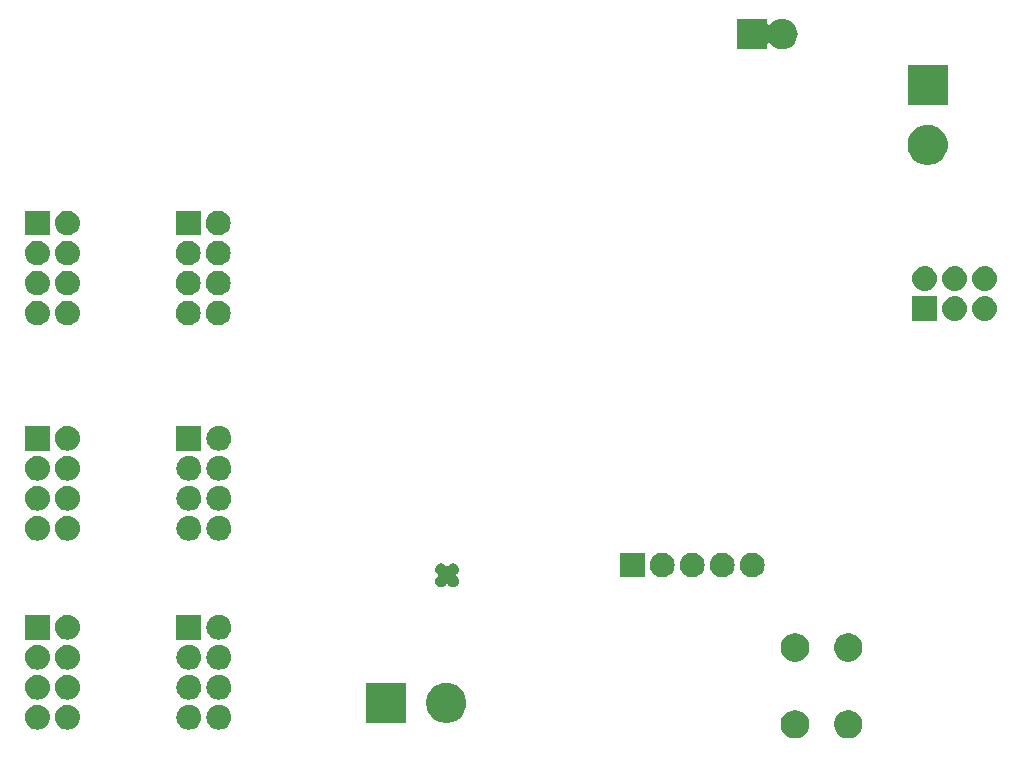
<source format=gbr>
G04 #@! TF.GenerationSoftware,KiCad,Pcbnew,(5.0.2)-1*
G04 #@! TF.CreationDate,2019-02-02T15:46:14-06:00*
G04 #@! TF.ProjectId,Motor test module,4d6f746f-7220-4746-9573-74206d6f6475,rev?*
G04 #@! TF.SameCoordinates,Original*
G04 #@! TF.FileFunction,Soldermask,Bot*
G04 #@! TF.FilePolarity,Negative*
%FSLAX46Y46*%
G04 Gerber Fmt 4.6, Leading zero omitted, Abs format (unit mm)*
G04 Created by KiCad (PCBNEW (5.0.2)-1) date 2/2/2019 3:46:14 PM*
%MOMM*%
%LPD*%
G01*
G04 APERTURE LIST*
%ADD10C,0.100000*%
G04 APERTURE END LIST*
D10*
G36*
X166593026Y-126504115D02*
X166811412Y-126594573D01*
X167007958Y-126725901D01*
X167175099Y-126893042D01*
X167306427Y-127089588D01*
X167396885Y-127307974D01*
X167443000Y-127539809D01*
X167443000Y-127776191D01*
X167396885Y-128008026D01*
X167306427Y-128226412D01*
X167175099Y-128422958D01*
X167007958Y-128590099D01*
X166811412Y-128721427D01*
X166593026Y-128811885D01*
X166361191Y-128858000D01*
X166124809Y-128858000D01*
X165892974Y-128811885D01*
X165674588Y-128721427D01*
X165478042Y-128590099D01*
X165310901Y-128422958D01*
X165179573Y-128226412D01*
X165089115Y-128008026D01*
X165043000Y-127776191D01*
X165043000Y-127539809D01*
X165089115Y-127307974D01*
X165179573Y-127089588D01*
X165310901Y-126893042D01*
X165478042Y-126725901D01*
X165674588Y-126594573D01*
X165892974Y-126504115D01*
X166124809Y-126458000D01*
X166361191Y-126458000D01*
X166593026Y-126504115D01*
X166593026Y-126504115D01*
G37*
G36*
X162093026Y-126504115D02*
X162311412Y-126594573D01*
X162507958Y-126725901D01*
X162675099Y-126893042D01*
X162806427Y-127089588D01*
X162896885Y-127307974D01*
X162943000Y-127539809D01*
X162943000Y-127776191D01*
X162896885Y-128008026D01*
X162806427Y-128226412D01*
X162675099Y-128422958D01*
X162507958Y-128590099D01*
X162311412Y-128721427D01*
X162093026Y-128811885D01*
X161861191Y-128858000D01*
X161624809Y-128858000D01*
X161392974Y-128811885D01*
X161174588Y-128721427D01*
X160978042Y-128590099D01*
X160810901Y-128422958D01*
X160679573Y-128226412D01*
X160589115Y-128008026D01*
X160543000Y-127776191D01*
X160543000Y-127539809D01*
X160589115Y-127307974D01*
X160679573Y-127089588D01*
X160810901Y-126893042D01*
X160978042Y-126725901D01*
X161174588Y-126594573D01*
X161392974Y-126504115D01*
X161624809Y-126458000D01*
X161861191Y-126458000D01*
X162093026Y-126504115D01*
X162093026Y-126504115D01*
G37*
G36*
X97728207Y-126021097D02*
X97805336Y-126028693D01*
X97937287Y-126068720D01*
X98003263Y-126088733D01*
X98185672Y-126186233D01*
X98345554Y-126317446D01*
X98476767Y-126477328D01*
X98574267Y-126659737D01*
X98574267Y-126659738D01*
X98634307Y-126857664D01*
X98654580Y-127063500D01*
X98634307Y-127269336D01*
X98622586Y-127307974D01*
X98574267Y-127467263D01*
X98476767Y-127649672D01*
X98345554Y-127809554D01*
X98185672Y-127940767D01*
X98003263Y-128038267D01*
X97937287Y-128058280D01*
X97805336Y-128098307D01*
X97728207Y-128105904D01*
X97651080Y-128113500D01*
X97547920Y-128113500D01*
X97470793Y-128105904D01*
X97393664Y-128098307D01*
X97261713Y-128058280D01*
X97195737Y-128038267D01*
X97013328Y-127940767D01*
X96853446Y-127809554D01*
X96722233Y-127649672D01*
X96624733Y-127467263D01*
X96576414Y-127307974D01*
X96564693Y-127269336D01*
X96544420Y-127063500D01*
X96564693Y-126857664D01*
X96624733Y-126659738D01*
X96624733Y-126659737D01*
X96722233Y-126477328D01*
X96853446Y-126317446D01*
X97013328Y-126186233D01*
X97195737Y-126088733D01*
X97261713Y-126068720D01*
X97393664Y-126028693D01*
X97470793Y-126021097D01*
X97547920Y-126013500D01*
X97651080Y-126013500D01*
X97728207Y-126021097D01*
X97728207Y-126021097D01*
G37*
G36*
X100268207Y-126021097D02*
X100345336Y-126028693D01*
X100477287Y-126068720D01*
X100543263Y-126088733D01*
X100725672Y-126186233D01*
X100885554Y-126317446D01*
X101016767Y-126477328D01*
X101114267Y-126659737D01*
X101114267Y-126659738D01*
X101174307Y-126857664D01*
X101194580Y-127063500D01*
X101174307Y-127269336D01*
X101162586Y-127307974D01*
X101114267Y-127467263D01*
X101016767Y-127649672D01*
X100885554Y-127809554D01*
X100725672Y-127940767D01*
X100543263Y-128038267D01*
X100477287Y-128058280D01*
X100345336Y-128098307D01*
X100268207Y-128105904D01*
X100191080Y-128113500D01*
X100087920Y-128113500D01*
X100010793Y-128105904D01*
X99933664Y-128098307D01*
X99801713Y-128058280D01*
X99735737Y-128038267D01*
X99553328Y-127940767D01*
X99393446Y-127809554D01*
X99262233Y-127649672D01*
X99164733Y-127467263D01*
X99116414Y-127307974D01*
X99104693Y-127269336D01*
X99084420Y-127063500D01*
X99104693Y-126857664D01*
X99164733Y-126659738D01*
X99164733Y-126659737D01*
X99262233Y-126477328D01*
X99393446Y-126317446D01*
X99553328Y-126186233D01*
X99735737Y-126088733D01*
X99801713Y-126068720D01*
X99933664Y-126028693D01*
X100010793Y-126021097D01*
X100087920Y-126013500D01*
X100191080Y-126013500D01*
X100268207Y-126021097D01*
X100268207Y-126021097D01*
G37*
G36*
X110555207Y-126021097D02*
X110632336Y-126028693D01*
X110764287Y-126068720D01*
X110830263Y-126088733D01*
X111012672Y-126186233D01*
X111172554Y-126317446D01*
X111303767Y-126477328D01*
X111401267Y-126659737D01*
X111401267Y-126659738D01*
X111461307Y-126857664D01*
X111481580Y-127063500D01*
X111461307Y-127269336D01*
X111449586Y-127307974D01*
X111401267Y-127467263D01*
X111303767Y-127649672D01*
X111172554Y-127809554D01*
X111012672Y-127940767D01*
X110830263Y-128038267D01*
X110764287Y-128058280D01*
X110632336Y-128098307D01*
X110555207Y-128105904D01*
X110478080Y-128113500D01*
X110374920Y-128113500D01*
X110297793Y-128105904D01*
X110220664Y-128098307D01*
X110088713Y-128058280D01*
X110022737Y-128038267D01*
X109840328Y-127940767D01*
X109680446Y-127809554D01*
X109549233Y-127649672D01*
X109451733Y-127467263D01*
X109403414Y-127307974D01*
X109391693Y-127269336D01*
X109371420Y-127063500D01*
X109391693Y-126857664D01*
X109451733Y-126659738D01*
X109451733Y-126659737D01*
X109549233Y-126477328D01*
X109680446Y-126317446D01*
X109840328Y-126186233D01*
X110022737Y-126088733D01*
X110088713Y-126068720D01*
X110220664Y-126028693D01*
X110297793Y-126021097D01*
X110374920Y-126013500D01*
X110478080Y-126013500D01*
X110555207Y-126021097D01*
X110555207Y-126021097D01*
G37*
G36*
X113095207Y-126021097D02*
X113172336Y-126028693D01*
X113304287Y-126068720D01*
X113370263Y-126088733D01*
X113552672Y-126186233D01*
X113712554Y-126317446D01*
X113843767Y-126477328D01*
X113941267Y-126659737D01*
X113941267Y-126659738D01*
X114001307Y-126857664D01*
X114021580Y-127063500D01*
X114001307Y-127269336D01*
X113989586Y-127307974D01*
X113941267Y-127467263D01*
X113843767Y-127649672D01*
X113712554Y-127809554D01*
X113552672Y-127940767D01*
X113370263Y-128038267D01*
X113304287Y-128058280D01*
X113172336Y-128098307D01*
X113095207Y-128105904D01*
X113018080Y-128113500D01*
X112914920Y-128113500D01*
X112837793Y-128105904D01*
X112760664Y-128098307D01*
X112628713Y-128058280D01*
X112562737Y-128038267D01*
X112380328Y-127940767D01*
X112220446Y-127809554D01*
X112089233Y-127649672D01*
X111991733Y-127467263D01*
X111943414Y-127307974D01*
X111931693Y-127269336D01*
X111911420Y-127063500D01*
X111931693Y-126857664D01*
X111991733Y-126659738D01*
X111991733Y-126659737D01*
X112089233Y-126477328D01*
X112220446Y-126317446D01*
X112380328Y-126186233D01*
X112562737Y-126088733D01*
X112628713Y-126068720D01*
X112760664Y-126028693D01*
X112837793Y-126021097D01*
X112914920Y-126013500D01*
X113018080Y-126013500D01*
X113095207Y-126021097D01*
X113095207Y-126021097D01*
G37*
G36*
X128827000Y-127557000D02*
X125427000Y-127557000D01*
X125427000Y-124157000D01*
X128827000Y-124157000D01*
X128827000Y-127557000D01*
X128827000Y-127557000D01*
G37*
G36*
X132593393Y-124200553D02*
X132702872Y-124222330D01*
X133012252Y-124350479D01*
X133290687Y-124536523D01*
X133527477Y-124773313D01*
X133713521Y-125051748D01*
X133841670Y-125361128D01*
X133841670Y-125361129D01*
X133907000Y-125689563D01*
X133907000Y-126024437D01*
X133863447Y-126243393D01*
X133841670Y-126352872D01*
X133713521Y-126662252D01*
X133527477Y-126940687D01*
X133290687Y-127177477D01*
X133012252Y-127363521D01*
X132702872Y-127491670D01*
X132593393Y-127513447D01*
X132374437Y-127557000D01*
X132039563Y-127557000D01*
X131820607Y-127513447D01*
X131711128Y-127491670D01*
X131401748Y-127363521D01*
X131123313Y-127177477D01*
X130886523Y-126940687D01*
X130700479Y-126662252D01*
X130572330Y-126352872D01*
X130550553Y-126243393D01*
X130507000Y-126024437D01*
X130507000Y-125689563D01*
X130572330Y-125361129D01*
X130572330Y-125361128D01*
X130700479Y-125051748D01*
X130886523Y-124773313D01*
X131123313Y-124536523D01*
X131401748Y-124350479D01*
X131711128Y-124222330D01*
X131820607Y-124200553D01*
X132039563Y-124157000D01*
X132374437Y-124157000D01*
X132593393Y-124200553D01*
X132593393Y-124200553D01*
G37*
G36*
X110555207Y-123481097D02*
X110632336Y-123488693D01*
X110764287Y-123528720D01*
X110830263Y-123548733D01*
X111012672Y-123646233D01*
X111172554Y-123777446D01*
X111303767Y-123937328D01*
X111401267Y-124119737D01*
X111401267Y-124119738D01*
X111461307Y-124317664D01*
X111481580Y-124523500D01*
X111461307Y-124729336D01*
X111421280Y-124861287D01*
X111401267Y-124927263D01*
X111303767Y-125109672D01*
X111172554Y-125269554D01*
X111012672Y-125400767D01*
X110830263Y-125498267D01*
X110764287Y-125518280D01*
X110632336Y-125558307D01*
X110555207Y-125565904D01*
X110478080Y-125573500D01*
X110374920Y-125573500D01*
X110297793Y-125565904D01*
X110220664Y-125558307D01*
X110088713Y-125518280D01*
X110022737Y-125498267D01*
X109840328Y-125400767D01*
X109680446Y-125269554D01*
X109549233Y-125109672D01*
X109451733Y-124927263D01*
X109431720Y-124861287D01*
X109391693Y-124729336D01*
X109371420Y-124523500D01*
X109391693Y-124317664D01*
X109451733Y-124119738D01*
X109451733Y-124119737D01*
X109549233Y-123937328D01*
X109680446Y-123777446D01*
X109840328Y-123646233D01*
X110022737Y-123548733D01*
X110088713Y-123528720D01*
X110220664Y-123488693D01*
X110297793Y-123481097D01*
X110374920Y-123473500D01*
X110478080Y-123473500D01*
X110555207Y-123481097D01*
X110555207Y-123481097D01*
G37*
G36*
X113095207Y-123481097D02*
X113172336Y-123488693D01*
X113304287Y-123528720D01*
X113370263Y-123548733D01*
X113552672Y-123646233D01*
X113712554Y-123777446D01*
X113843767Y-123937328D01*
X113941267Y-124119737D01*
X113941267Y-124119738D01*
X114001307Y-124317664D01*
X114021580Y-124523500D01*
X114001307Y-124729336D01*
X113961280Y-124861287D01*
X113941267Y-124927263D01*
X113843767Y-125109672D01*
X113712554Y-125269554D01*
X113552672Y-125400767D01*
X113370263Y-125498267D01*
X113304287Y-125518280D01*
X113172336Y-125558307D01*
X113095207Y-125565904D01*
X113018080Y-125573500D01*
X112914920Y-125573500D01*
X112837793Y-125565904D01*
X112760664Y-125558307D01*
X112628713Y-125518280D01*
X112562737Y-125498267D01*
X112380328Y-125400767D01*
X112220446Y-125269554D01*
X112089233Y-125109672D01*
X111991733Y-124927263D01*
X111971720Y-124861287D01*
X111931693Y-124729336D01*
X111911420Y-124523500D01*
X111931693Y-124317664D01*
X111991733Y-124119738D01*
X111991733Y-124119737D01*
X112089233Y-123937328D01*
X112220446Y-123777446D01*
X112380328Y-123646233D01*
X112562737Y-123548733D01*
X112628713Y-123528720D01*
X112760664Y-123488693D01*
X112837793Y-123481097D01*
X112914920Y-123473500D01*
X113018080Y-123473500D01*
X113095207Y-123481097D01*
X113095207Y-123481097D01*
G37*
G36*
X97728207Y-123481097D02*
X97805336Y-123488693D01*
X97937287Y-123528720D01*
X98003263Y-123548733D01*
X98185672Y-123646233D01*
X98345554Y-123777446D01*
X98476767Y-123937328D01*
X98574267Y-124119737D01*
X98574267Y-124119738D01*
X98634307Y-124317664D01*
X98654580Y-124523500D01*
X98634307Y-124729336D01*
X98594280Y-124861287D01*
X98574267Y-124927263D01*
X98476767Y-125109672D01*
X98345554Y-125269554D01*
X98185672Y-125400767D01*
X98003263Y-125498267D01*
X97937287Y-125518280D01*
X97805336Y-125558307D01*
X97728207Y-125565904D01*
X97651080Y-125573500D01*
X97547920Y-125573500D01*
X97470793Y-125565904D01*
X97393664Y-125558307D01*
X97261713Y-125518280D01*
X97195737Y-125498267D01*
X97013328Y-125400767D01*
X96853446Y-125269554D01*
X96722233Y-125109672D01*
X96624733Y-124927263D01*
X96604720Y-124861287D01*
X96564693Y-124729336D01*
X96544420Y-124523500D01*
X96564693Y-124317664D01*
X96624733Y-124119738D01*
X96624733Y-124119737D01*
X96722233Y-123937328D01*
X96853446Y-123777446D01*
X97013328Y-123646233D01*
X97195737Y-123548733D01*
X97261713Y-123528720D01*
X97393664Y-123488693D01*
X97470793Y-123481097D01*
X97547920Y-123473500D01*
X97651080Y-123473500D01*
X97728207Y-123481097D01*
X97728207Y-123481097D01*
G37*
G36*
X100268207Y-123481097D02*
X100345336Y-123488693D01*
X100477287Y-123528720D01*
X100543263Y-123548733D01*
X100725672Y-123646233D01*
X100885554Y-123777446D01*
X101016767Y-123937328D01*
X101114267Y-124119737D01*
X101114267Y-124119738D01*
X101174307Y-124317664D01*
X101194580Y-124523500D01*
X101174307Y-124729336D01*
X101134280Y-124861287D01*
X101114267Y-124927263D01*
X101016767Y-125109672D01*
X100885554Y-125269554D01*
X100725672Y-125400767D01*
X100543263Y-125498267D01*
X100477287Y-125518280D01*
X100345336Y-125558307D01*
X100268207Y-125565904D01*
X100191080Y-125573500D01*
X100087920Y-125573500D01*
X100010793Y-125565904D01*
X99933664Y-125558307D01*
X99801713Y-125518280D01*
X99735737Y-125498267D01*
X99553328Y-125400767D01*
X99393446Y-125269554D01*
X99262233Y-125109672D01*
X99164733Y-124927263D01*
X99144720Y-124861287D01*
X99104693Y-124729336D01*
X99084420Y-124523500D01*
X99104693Y-124317664D01*
X99164733Y-124119738D01*
X99164733Y-124119737D01*
X99262233Y-123937328D01*
X99393446Y-123777446D01*
X99553328Y-123646233D01*
X99735737Y-123548733D01*
X99801713Y-123528720D01*
X99933664Y-123488693D01*
X100010793Y-123481097D01*
X100087920Y-123473500D01*
X100191080Y-123473500D01*
X100268207Y-123481097D01*
X100268207Y-123481097D01*
G37*
G36*
X110555207Y-120941096D02*
X110632336Y-120948693D01*
X110764287Y-120988720D01*
X110830263Y-121008733D01*
X111012672Y-121106233D01*
X111172554Y-121237446D01*
X111303767Y-121397328D01*
X111401267Y-121579737D01*
X111401267Y-121579738D01*
X111461307Y-121777664D01*
X111481580Y-121983500D01*
X111461307Y-122189336D01*
X111451572Y-122221427D01*
X111401267Y-122387263D01*
X111303767Y-122569672D01*
X111172554Y-122729554D01*
X111012672Y-122860767D01*
X110830263Y-122958267D01*
X110764287Y-122978280D01*
X110632336Y-123018307D01*
X110555207Y-123025904D01*
X110478080Y-123033500D01*
X110374920Y-123033500D01*
X110297793Y-123025904D01*
X110220664Y-123018307D01*
X110088713Y-122978280D01*
X110022737Y-122958267D01*
X109840328Y-122860767D01*
X109680446Y-122729554D01*
X109549233Y-122569672D01*
X109451733Y-122387263D01*
X109401428Y-122221427D01*
X109391693Y-122189336D01*
X109371420Y-121983500D01*
X109391693Y-121777664D01*
X109451733Y-121579738D01*
X109451733Y-121579737D01*
X109549233Y-121397328D01*
X109680446Y-121237446D01*
X109840328Y-121106233D01*
X110022737Y-121008733D01*
X110088713Y-120988720D01*
X110220664Y-120948693D01*
X110297793Y-120941096D01*
X110374920Y-120933500D01*
X110478080Y-120933500D01*
X110555207Y-120941096D01*
X110555207Y-120941096D01*
G37*
G36*
X100268207Y-120941096D02*
X100345336Y-120948693D01*
X100477287Y-120988720D01*
X100543263Y-121008733D01*
X100725672Y-121106233D01*
X100885554Y-121237446D01*
X101016767Y-121397328D01*
X101114267Y-121579737D01*
X101114267Y-121579738D01*
X101174307Y-121777664D01*
X101194580Y-121983500D01*
X101174307Y-122189336D01*
X101164572Y-122221427D01*
X101114267Y-122387263D01*
X101016767Y-122569672D01*
X100885554Y-122729554D01*
X100725672Y-122860767D01*
X100543263Y-122958267D01*
X100477287Y-122978280D01*
X100345336Y-123018307D01*
X100268207Y-123025904D01*
X100191080Y-123033500D01*
X100087920Y-123033500D01*
X100010793Y-123025904D01*
X99933664Y-123018307D01*
X99801713Y-122978280D01*
X99735737Y-122958267D01*
X99553328Y-122860767D01*
X99393446Y-122729554D01*
X99262233Y-122569672D01*
X99164733Y-122387263D01*
X99114428Y-122221427D01*
X99104693Y-122189336D01*
X99084420Y-121983500D01*
X99104693Y-121777664D01*
X99164733Y-121579738D01*
X99164733Y-121579737D01*
X99262233Y-121397328D01*
X99393446Y-121237446D01*
X99553328Y-121106233D01*
X99735737Y-121008733D01*
X99801713Y-120988720D01*
X99933664Y-120948693D01*
X100010793Y-120941096D01*
X100087920Y-120933500D01*
X100191080Y-120933500D01*
X100268207Y-120941096D01*
X100268207Y-120941096D01*
G37*
G36*
X113095207Y-120941096D02*
X113172336Y-120948693D01*
X113304287Y-120988720D01*
X113370263Y-121008733D01*
X113552672Y-121106233D01*
X113712554Y-121237446D01*
X113843767Y-121397328D01*
X113941267Y-121579737D01*
X113941267Y-121579738D01*
X114001307Y-121777664D01*
X114021580Y-121983500D01*
X114001307Y-122189336D01*
X113991572Y-122221427D01*
X113941267Y-122387263D01*
X113843767Y-122569672D01*
X113712554Y-122729554D01*
X113552672Y-122860767D01*
X113370263Y-122958267D01*
X113304287Y-122978280D01*
X113172336Y-123018307D01*
X113095207Y-123025904D01*
X113018080Y-123033500D01*
X112914920Y-123033500D01*
X112837793Y-123025904D01*
X112760664Y-123018307D01*
X112628713Y-122978280D01*
X112562737Y-122958267D01*
X112380328Y-122860767D01*
X112220446Y-122729554D01*
X112089233Y-122569672D01*
X111991733Y-122387263D01*
X111941428Y-122221427D01*
X111931693Y-122189336D01*
X111911420Y-121983500D01*
X111931693Y-121777664D01*
X111991733Y-121579738D01*
X111991733Y-121579737D01*
X112089233Y-121397328D01*
X112220446Y-121237446D01*
X112380328Y-121106233D01*
X112562737Y-121008733D01*
X112628713Y-120988720D01*
X112760664Y-120948693D01*
X112837793Y-120941096D01*
X112914920Y-120933500D01*
X113018080Y-120933500D01*
X113095207Y-120941096D01*
X113095207Y-120941096D01*
G37*
G36*
X97728207Y-120941096D02*
X97805336Y-120948693D01*
X97937287Y-120988720D01*
X98003263Y-121008733D01*
X98185672Y-121106233D01*
X98345554Y-121237446D01*
X98476767Y-121397328D01*
X98574267Y-121579737D01*
X98574267Y-121579738D01*
X98634307Y-121777664D01*
X98654580Y-121983500D01*
X98634307Y-122189336D01*
X98624572Y-122221427D01*
X98574267Y-122387263D01*
X98476767Y-122569672D01*
X98345554Y-122729554D01*
X98185672Y-122860767D01*
X98003263Y-122958267D01*
X97937287Y-122978280D01*
X97805336Y-123018307D01*
X97728207Y-123025904D01*
X97651080Y-123033500D01*
X97547920Y-123033500D01*
X97470793Y-123025904D01*
X97393664Y-123018307D01*
X97261713Y-122978280D01*
X97195737Y-122958267D01*
X97013328Y-122860767D01*
X96853446Y-122729554D01*
X96722233Y-122569672D01*
X96624733Y-122387263D01*
X96574428Y-122221427D01*
X96564693Y-122189336D01*
X96544420Y-121983500D01*
X96564693Y-121777664D01*
X96624733Y-121579738D01*
X96624733Y-121579737D01*
X96722233Y-121397328D01*
X96853446Y-121237446D01*
X97013328Y-121106233D01*
X97195737Y-121008733D01*
X97261713Y-120988720D01*
X97393664Y-120948693D01*
X97470793Y-120941096D01*
X97547920Y-120933500D01*
X97651080Y-120933500D01*
X97728207Y-120941096D01*
X97728207Y-120941096D01*
G37*
G36*
X162093026Y-120004115D02*
X162311412Y-120094573D01*
X162507958Y-120225901D01*
X162675099Y-120393042D01*
X162806427Y-120589588D01*
X162896885Y-120807974D01*
X162943000Y-121039809D01*
X162943000Y-121276191D01*
X162896885Y-121508026D01*
X162806427Y-121726412D01*
X162675099Y-121922958D01*
X162507958Y-122090099D01*
X162311412Y-122221427D01*
X162093026Y-122311885D01*
X161861191Y-122358000D01*
X161624809Y-122358000D01*
X161392974Y-122311885D01*
X161174588Y-122221427D01*
X160978042Y-122090099D01*
X160810901Y-121922958D01*
X160679573Y-121726412D01*
X160589115Y-121508026D01*
X160543000Y-121276191D01*
X160543000Y-121039809D01*
X160589115Y-120807974D01*
X160679573Y-120589588D01*
X160810901Y-120393042D01*
X160978042Y-120225901D01*
X161174588Y-120094573D01*
X161392974Y-120004115D01*
X161624809Y-119958000D01*
X161861191Y-119958000D01*
X162093026Y-120004115D01*
X162093026Y-120004115D01*
G37*
G36*
X166593026Y-120004115D02*
X166811412Y-120094573D01*
X167007958Y-120225901D01*
X167175099Y-120393042D01*
X167306427Y-120589588D01*
X167396885Y-120807974D01*
X167443000Y-121039809D01*
X167443000Y-121276191D01*
X167396885Y-121508026D01*
X167306427Y-121726412D01*
X167175099Y-121922958D01*
X167007958Y-122090099D01*
X166811412Y-122221427D01*
X166593026Y-122311885D01*
X166361191Y-122358000D01*
X166124809Y-122358000D01*
X165892974Y-122311885D01*
X165674588Y-122221427D01*
X165478042Y-122090099D01*
X165310901Y-121922958D01*
X165179573Y-121726412D01*
X165089115Y-121508026D01*
X165043000Y-121276191D01*
X165043000Y-121039809D01*
X165089115Y-120807974D01*
X165179573Y-120589588D01*
X165310901Y-120393042D01*
X165478042Y-120225901D01*
X165674588Y-120094573D01*
X165892974Y-120004115D01*
X166124809Y-119958000D01*
X166361191Y-119958000D01*
X166593026Y-120004115D01*
X166593026Y-120004115D01*
G37*
G36*
X100268207Y-118401097D02*
X100345336Y-118408693D01*
X100477287Y-118448720D01*
X100543263Y-118468733D01*
X100725672Y-118566233D01*
X100885554Y-118697446D01*
X101016767Y-118857328D01*
X101114267Y-119039737D01*
X101114267Y-119039738D01*
X101174307Y-119237664D01*
X101194580Y-119443500D01*
X101174307Y-119649336D01*
X101134280Y-119781287D01*
X101114267Y-119847263D01*
X101016767Y-120029672D01*
X100885554Y-120189554D01*
X100725672Y-120320767D01*
X100543263Y-120418267D01*
X100477287Y-120438280D01*
X100345336Y-120478307D01*
X100268207Y-120485904D01*
X100191080Y-120493500D01*
X100087920Y-120493500D01*
X100010793Y-120485904D01*
X99933664Y-120478307D01*
X99801713Y-120438280D01*
X99735737Y-120418267D01*
X99553328Y-120320767D01*
X99393446Y-120189554D01*
X99262233Y-120029672D01*
X99164733Y-119847263D01*
X99144720Y-119781287D01*
X99104693Y-119649336D01*
X99084420Y-119443500D01*
X99104693Y-119237664D01*
X99164733Y-119039738D01*
X99164733Y-119039737D01*
X99262233Y-118857328D01*
X99393446Y-118697446D01*
X99553328Y-118566233D01*
X99735737Y-118468733D01*
X99801713Y-118448720D01*
X99933664Y-118408693D01*
X100010793Y-118401097D01*
X100087920Y-118393500D01*
X100191080Y-118393500D01*
X100268207Y-118401097D01*
X100268207Y-118401097D01*
G37*
G36*
X111476500Y-120493500D02*
X109376500Y-120493500D01*
X109376500Y-118393500D01*
X111476500Y-118393500D01*
X111476500Y-120493500D01*
X111476500Y-120493500D01*
G37*
G36*
X98649500Y-120493500D02*
X96549500Y-120493500D01*
X96549500Y-118393500D01*
X98649500Y-118393500D01*
X98649500Y-120493500D01*
X98649500Y-120493500D01*
G37*
G36*
X113095207Y-118401097D02*
X113172336Y-118408693D01*
X113304287Y-118448720D01*
X113370263Y-118468733D01*
X113552672Y-118566233D01*
X113712554Y-118697446D01*
X113843767Y-118857328D01*
X113941267Y-119039737D01*
X113941267Y-119039738D01*
X114001307Y-119237664D01*
X114021580Y-119443500D01*
X114001307Y-119649336D01*
X113961280Y-119781287D01*
X113941267Y-119847263D01*
X113843767Y-120029672D01*
X113712554Y-120189554D01*
X113552672Y-120320767D01*
X113370263Y-120418267D01*
X113304287Y-120438280D01*
X113172336Y-120478307D01*
X113095207Y-120485904D01*
X113018080Y-120493500D01*
X112914920Y-120493500D01*
X112837793Y-120485904D01*
X112760664Y-120478307D01*
X112628713Y-120438280D01*
X112562737Y-120418267D01*
X112380328Y-120320767D01*
X112220446Y-120189554D01*
X112089233Y-120029672D01*
X111991733Y-119847263D01*
X111971720Y-119781287D01*
X111931693Y-119649336D01*
X111911420Y-119443500D01*
X111931693Y-119237664D01*
X111991733Y-119039738D01*
X111991733Y-119039737D01*
X112089233Y-118857328D01*
X112220446Y-118697446D01*
X112380328Y-118566233D01*
X112562737Y-118468733D01*
X112628713Y-118448720D01*
X112760664Y-118408693D01*
X112837793Y-118401097D01*
X112914920Y-118393500D01*
X113018080Y-118393500D01*
X113095207Y-118401097D01*
X113095207Y-118401097D01*
G37*
G36*
X131930845Y-114065215D02*
X132021839Y-114102906D01*
X132102640Y-114156896D01*
X132103734Y-114157627D01*
X132173375Y-114227268D01*
X132181067Y-114238780D01*
X132196612Y-114257722D01*
X132215554Y-114273267D01*
X132237165Y-114284818D01*
X132260614Y-114291931D01*
X132285000Y-114294333D01*
X132309387Y-114291931D01*
X132332836Y-114284818D01*
X132354447Y-114273266D01*
X132373389Y-114257721D01*
X132388933Y-114238780D01*
X132396625Y-114227268D01*
X132466266Y-114157627D01*
X132467360Y-114156896D01*
X132548161Y-114102906D01*
X132639155Y-114065215D01*
X132735754Y-114046000D01*
X132834246Y-114046000D01*
X132930845Y-114065215D01*
X133021839Y-114102906D01*
X133102640Y-114156896D01*
X133103734Y-114157627D01*
X133173373Y-114227266D01*
X133173374Y-114227268D01*
X133173375Y-114227269D01*
X133204110Y-114273266D01*
X133228095Y-114309163D01*
X133265785Y-114400155D01*
X133285000Y-114496755D01*
X133285000Y-114595245D01*
X133265785Y-114691845D01*
X133228095Y-114782837D01*
X133173373Y-114864734D01*
X133103732Y-114934375D01*
X133092220Y-114942067D01*
X133073278Y-114957612D01*
X133057733Y-114976554D01*
X133046182Y-114998165D01*
X133039069Y-115021614D01*
X133036667Y-115046000D01*
X133039069Y-115070387D01*
X133046182Y-115093836D01*
X133057734Y-115115447D01*
X133073279Y-115134389D01*
X133092220Y-115149933D01*
X133103732Y-115157625D01*
X133173373Y-115227266D01*
X133173375Y-115227269D01*
X133228094Y-115309161D01*
X133265785Y-115400155D01*
X133285000Y-115496754D01*
X133285000Y-115595246D01*
X133265785Y-115691845D01*
X133228094Y-115782839D01*
X133181066Y-115853220D01*
X133173373Y-115864734D01*
X133103734Y-115934373D01*
X133103731Y-115934375D01*
X133021839Y-115989094D01*
X132930845Y-116026785D01*
X132834246Y-116046000D01*
X132735754Y-116046000D01*
X132639155Y-116026785D01*
X132548161Y-115989094D01*
X132466269Y-115934375D01*
X132466266Y-115934373D01*
X132396625Y-115864732D01*
X132388933Y-115853220D01*
X132373388Y-115834278D01*
X132354446Y-115818733D01*
X132332835Y-115807182D01*
X132309386Y-115800069D01*
X132285000Y-115797667D01*
X132260613Y-115800069D01*
X132237164Y-115807182D01*
X132215553Y-115818734D01*
X132196611Y-115834279D01*
X132181067Y-115853220D01*
X132173375Y-115864732D01*
X132103734Y-115934373D01*
X132103731Y-115934375D01*
X132021839Y-115989094D01*
X131930845Y-116026785D01*
X131834246Y-116046000D01*
X131735754Y-116046000D01*
X131639155Y-116026785D01*
X131548161Y-115989094D01*
X131466269Y-115934375D01*
X131466266Y-115934373D01*
X131396627Y-115864734D01*
X131388934Y-115853220D01*
X131341906Y-115782839D01*
X131304215Y-115691845D01*
X131285000Y-115595246D01*
X131285000Y-115496754D01*
X131304215Y-115400155D01*
X131341906Y-115309161D01*
X131396625Y-115227269D01*
X131396627Y-115227266D01*
X131466268Y-115157625D01*
X131477780Y-115149933D01*
X131496722Y-115134388D01*
X131512267Y-115115446D01*
X131523818Y-115093835D01*
X131530931Y-115070386D01*
X131533333Y-115046000D01*
X131530931Y-115021613D01*
X131523818Y-114998164D01*
X131512266Y-114976553D01*
X131496721Y-114957611D01*
X131477780Y-114942067D01*
X131466268Y-114934375D01*
X131396627Y-114864734D01*
X131341905Y-114782837D01*
X131304215Y-114691845D01*
X131285000Y-114595245D01*
X131285000Y-114496755D01*
X131304215Y-114400155D01*
X131341905Y-114309163D01*
X131365891Y-114273266D01*
X131396625Y-114227269D01*
X131396626Y-114227268D01*
X131396627Y-114227266D01*
X131466266Y-114157627D01*
X131467360Y-114156896D01*
X131548161Y-114102906D01*
X131639155Y-114065215D01*
X131735754Y-114046000D01*
X131834246Y-114046000D01*
X131930845Y-114065215D01*
X131930845Y-114065215D01*
G37*
G36*
X155703707Y-113130596D02*
X155780836Y-113138193D01*
X155912787Y-113178220D01*
X155978763Y-113198233D01*
X156161172Y-113295733D01*
X156321054Y-113426946D01*
X156452267Y-113586828D01*
X156549767Y-113769237D01*
X156549767Y-113769238D01*
X156609807Y-113967164D01*
X156630080Y-114173000D01*
X156609807Y-114378836D01*
X156574037Y-114496754D01*
X156549767Y-114576763D01*
X156452267Y-114759172D01*
X156321054Y-114919054D01*
X156161172Y-115050267D01*
X155978763Y-115147767D01*
X155912787Y-115167780D01*
X155780836Y-115207807D01*
X155703707Y-115215403D01*
X155626580Y-115223000D01*
X155523420Y-115223000D01*
X155446293Y-115215403D01*
X155369164Y-115207807D01*
X155237213Y-115167780D01*
X155171237Y-115147767D01*
X154988828Y-115050267D01*
X154828946Y-114919054D01*
X154697733Y-114759172D01*
X154600233Y-114576763D01*
X154575963Y-114496754D01*
X154540193Y-114378836D01*
X154519920Y-114173000D01*
X154540193Y-113967164D01*
X154600233Y-113769238D01*
X154600233Y-113769237D01*
X154697733Y-113586828D01*
X154828946Y-113426946D01*
X154988828Y-113295733D01*
X155171237Y-113198233D01*
X155237213Y-113178220D01*
X155369164Y-113138193D01*
X155446293Y-113130596D01*
X155523420Y-113123000D01*
X155626580Y-113123000D01*
X155703707Y-113130596D01*
X155703707Y-113130596D01*
G37*
G36*
X149005000Y-115223000D02*
X146905000Y-115223000D01*
X146905000Y-113123000D01*
X149005000Y-113123000D01*
X149005000Y-115223000D01*
X149005000Y-115223000D01*
G37*
G36*
X150623707Y-113130596D02*
X150700836Y-113138193D01*
X150832787Y-113178220D01*
X150898763Y-113198233D01*
X151081172Y-113295733D01*
X151241054Y-113426946D01*
X151372267Y-113586828D01*
X151469767Y-113769237D01*
X151469767Y-113769238D01*
X151529807Y-113967164D01*
X151550080Y-114173000D01*
X151529807Y-114378836D01*
X151494037Y-114496754D01*
X151469767Y-114576763D01*
X151372267Y-114759172D01*
X151241054Y-114919054D01*
X151081172Y-115050267D01*
X150898763Y-115147767D01*
X150832787Y-115167780D01*
X150700836Y-115207807D01*
X150623707Y-115215403D01*
X150546580Y-115223000D01*
X150443420Y-115223000D01*
X150366293Y-115215403D01*
X150289164Y-115207807D01*
X150157213Y-115167780D01*
X150091237Y-115147767D01*
X149908828Y-115050267D01*
X149748946Y-114919054D01*
X149617733Y-114759172D01*
X149520233Y-114576763D01*
X149495963Y-114496754D01*
X149460193Y-114378836D01*
X149439920Y-114173000D01*
X149460193Y-113967164D01*
X149520233Y-113769238D01*
X149520233Y-113769237D01*
X149617733Y-113586828D01*
X149748946Y-113426946D01*
X149908828Y-113295733D01*
X150091237Y-113198233D01*
X150157213Y-113178220D01*
X150289164Y-113138193D01*
X150366293Y-113130596D01*
X150443420Y-113123000D01*
X150546580Y-113123000D01*
X150623707Y-113130596D01*
X150623707Y-113130596D01*
G37*
G36*
X153163707Y-113130596D02*
X153240836Y-113138193D01*
X153372787Y-113178220D01*
X153438763Y-113198233D01*
X153621172Y-113295733D01*
X153781054Y-113426946D01*
X153912267Y-113586828D01*
X154009767Y-113769237D01*
X154009767Y-113769238D01*
X154069807Y-113967164D01*
X154090080Y-114173000D01*
X154069807Y-114378836D01*
X154034037Y-114496754D01*
X154009767Y-114576763D01*
X153912267Y-114759172D01*
X153781054Y-114919054D01*
X153621172Y-115050267D01*
X153438763Y-115147767D01*
X153372787Y-115167780D01*
X153240836Y-115207807D01*
X153163707Y-115215403D01*
X153086580Y-115223000D01*
X152983420Y-115223000D01*
X152906293Y-115215403D01*
X152829164Y-115207807D01*
X152697213Y-115167780D01*
X152631237Y-115147767D01*
X152448828Y-115050267D01*
X152288946Y-114919054D01*
X152157733Y-114759172D01*
X152060233Y-114576763D01*
X152035963Y-114496754D01*
X152000193Y-114378836D01*
X151979920Y-114173000D01*
X152000193Y-113967164D01*
X152060233Y-113769238D01*
X152060233Y-113769237D01*
X152157733Y-113586828D01*
X152288946Y-113426946D01*
X152448828Y-113295733D01*
X152631237Y-113198233D01*
X152697213Y-113178220D01*
X152829164Y-113138193D01*
X152906293Y-113130596D01*
X152983420Y-113123000D01*
X153086580Y-113123000D01*
X153163707Y-113130596D01*
X153163707Y-113130596D01*
G37*
G36*
X158243707Y-113130596D02*
X158320836Y-113138193D01*
X158452787Y-113178220D01*
X158518763Y-113198233D01*
X158701172Y-113295733D01*
X158861054Y-113426946D01*
X158992267Y-113586828D01*
X159089767Y-113769237D01*
X159089767Y-113769238D01*
X159149807Y-113967164D01*
X159170080Y-114173000D01*
X159149807Y-114378836D01*
X159114037Y-114496754D01*
X159089767Y-114576763D01*
X158992267Y-114759172D01*
X158861054Y-114919054D01*
X158701172Y-115050267D01*
X158518763Y-115147767D01*
X158452787Y-115167780D01*
X158320836Y-115207807D01*
X158243707Y-115215403D01*
X158166580Y-115223000D01*
X158063420Y-115223000D01*
X157986293Y-115215403D01*
X157909164Y-115207807D01*
X157777213Y-115167780D01*
X157711237Y-115147767D01*
X157528828Y-115050267D01*
X157368946Y-114919054D01*
X157237733Y-114759172D01*
X157140233Y-114576763D01*
X157115963Y-114496754D01*
X157080193Y-114378836D01*
X157059920Y-114173000D01*
X157080193Y-113967164D01*
X157140233Y-113769238D01*
X157140233Y-113769237D01*
X157237733Y-113586828D01*
X157368946Y-113426946D01*
X157528828Y-113295733D01*
X157711237Y-113198233D01*
X157777213Y-113178220D01*
X157909164Y-113138193D01*
X157986293Y-113130596D01*
X158063420Y-113123000D01*
X158166580Y-113123000D01*
X158243707Y-113130596D01*
X158243707Y-113130596D01*
G37*
G36*
X113095207Y-110019096D02*
X113172336Y-110026693D01*
X113304287Y-110066720D01*
X113370263Y-110086733D01*
X113552672Y-110184233D01*
X113712554Y-110315446D01*
X113843767Y-110475328D01*
X113941267Y-110657737D01*
X113941267Y-110657738D01*
X114001307Y-110855664D01*
X114021580Y-111061500D01*
X114001307Y-111267336D01*
X113961280Y-111399287D01*
X113941267Y-111465263D01*
X113843767Y-111647672D01*
X113712554Y-111807554D01*
X113552672Y-111938767D01*
X113370263Y-112036267D01*
X113304287Y-112056280D01*
X113172336Y-112096307D01*
X113095207Y-112103903D01*
X113018080Y-112111500D01*
X112914920Y-112111500D01*
X112837793Y-112103903D01*
X112760664Y-112096307D01*
X112628713Y-112056280D01*
X112562737Y-112036267D01*
X112380328Y-111938767D01*
X112220446Y-111807554D01*
X112089233Y-111647672D01*
X111991733Y-111465263D01*
X111971720Y-111399287D01*
X111931693Y-111267336D01*
X111911420Y-111061500D01*
X111931693Y-110855664D01*
X111991733Y-110657738D01*
X111991733Y-110657737D01*
X112089233Y-110475328D01*
X112220446Y-110315446D01*
X112380328Y-110184233D01*
X112562737Y-110086733D01*
X112628713Y-110066720D01*
X112760664Y-110026693D01*
X112837793Y-110019096D01*
X112914920Y-110011500D01*
X113018080Y-110011500D01*
X113095207Y-110019096D01*
X113095207Y-110019096D01*
G37*
G36*
X100268207Y-110019096D02*
X100345336Y-110026693D01*
X100477287Y-110066720D01*
X100543263Y-110086733D01*
X100725672Y-110184233D01*
X100885554Y-110315446D01*
X101016767Y-110475328D01*
X101114267Y-110657737D01*
X101114267Y-110657738D01*
X101174307Y-110855664D01*
X101194580Y-111061500D01*
X101174307Y-111267336D01*
X101134280Y-111399287D01*
X101114267Y-111465263D01*
X101016767Y-111647672D01*
X100885554Y-111807554D01*
X100725672Y-111938767D01*
X100543263Y-112036267D01*
X100477287Y-112056280D01*
X100345336Y-112096307D01*
X100268207Y-112103903D01*
X100191080Y-112111500D01*
X100087920Y-112111500D01*
X100010793Y-112103903D01*
X99933664Y-112096307D01*
X99801713Y-112056280D01*
X99735737Y-112036267D01*
X99553328Y-111938767D01*
X99393446Y-111807554D01*
X99262233Y-111647672D01*
X99164733Y-111465263D01*
X99144720Y-111399287D01*
X99104693Y-111267336D01*
X99084420Y-111061500D01*
X99104693Y-110855664D01*
X99164733Y-110657738D01*
X99164733Y-110657737D01*
X99262233Y-110475328D01*
X99393446Y-110315446D01*
X99553328Y-110184233D01*
X99735737Y-110086733D01*
X99801713Y-110066720D01*
X99933664Y-110026693D01*
X100010793Y-110019096D01*
X100087920Y-110011500D01*
X100191080Y-110011500D01*
X100268207Y-110019096D01*
X100268207Y-110019096D01*
G37*
G36*
X110555207Y-110019096D02*
X110632336Y-110026693D01*
X110764287Y-110066720D01*
X110830263Y-110086733D01*
X111012672Y-110184233D01*
X111172554Y-110315446D01*
X111303767Y-110475328D01*
X111401267Y-110657737D01*
X111401267Y-110657738D01*
X111461307Y-110855664D01*
X111481580Y-111061500D01*
X111461307Y-111267336D01*
X111421280Y-111399287D01*
X111401267Y-111465263D01*
X111303767Y-111647672D01*
X111172554Y-111807554D01*
X111012672Y-111938767D01*
X110830263Y-112036267D01*
X110764287Y-112056280D01*
X110632336Y-112096307D01*
X110555207Y-112103903D01*
X110478080Y-112111500D01*
X110374920Y-112111500D01*
X110297793Y-112103903D01*
X110220664Y-112096307D01*
X110088713Y-112056280D01*
X110022737Y-112036267D01*
X109840328Y-111938767D01*
X109680446Y-111807554D01*
X109549233Y-111647672D01*
X109451733Y-111465263D01*
X109431720Y-111399287D01*
X109391693Y-111267336D01*
X109371420Y-111061500D01*
X109391693Y-110855664D01*
X109451733Y-110657738D01*
X109451733Y-110657737D01*
X109549233Y-110475328D01*
X109680446Y-110315446D01*
X109840328Y-110184233D01*
X110022737Y-110086733D01*
X110088713Y-110066720D01*
X110220664Y-110026693D01*
X110297793Y-110019096D01*
X110374920Y-110011500D01*
X110478080Y-110011500D01*
X110555207Y-110019096D01*
X110555207Y-110019096D01*
G37*
G36*
X97728207Y-110019096D02*
X97805336Y-110026693D01*
X97937287Y-110066720D01*
X98003263Y-110086733D01*
X98185672Y-110184233D01*
X98345554Y-110315446D01*
X98476767Y-110475328D01*
X98574267Y-110657737D01*
X98574267Y-110657738D01*
X98634307Y-110855664D01*
X98654580Y-111061500D01*
X98634307Y-111267336D01*
X98594280Y-111399287D01*
X98574267Y-111465263D01*
X98476767Y-111647672D01*
X98345554Y-111807554D01*
X98185672Y-111938767D01*
X98003263Y-112036267D01*
X97937287Y-112056280D01*
X97805336Y-112096307D01*
X97728207Y-112103903D01*
X97651080Y-112111500D01*
X97547920Y-112111500D01*
X97470793Y-112103903D01*
X97393664Y-112096307D01*
X97261713Y-112056280D01*
X97195737Y-112036267D01*
X97013328Y-111938767D01*
X96853446Y-111807554D01*
X96722233Y-111647672D01*
X96624733Y-111465263D01*
X96604720Y-111399287D01*
X96564693Y-111267336D01*
X96544420Y-111061500D01*
X96564693Y-110855664D01*
X96624733Y-110657738D01*
X96624733Y-110657737D01*
X96722233Y-110475328D01*
X96853446Y-110315446D01*
X97013328Y-110184233D01*
X97195737Y-110086733D01*
X97261713Y-110066720D01*
X97393664Y-110026693D01*
X97470793Y-110019096D01*
X97547920Y-110011500D01*
X97651080Y-110011500D01*
X97728207Y-110019096D01*
X97728207Y-110019096D01*
G37*
G36*
X100268207Y-107479097D02*
X100345336Y-107486693D01*
X100477287Y-107526720D01*
X100543263Y-107546733D01*
X100725672Y-107644233D01*
X100885554Y-107775446D01*
X101016767Y-107935328D01*
X101114267Y-108117737D01*
X101114267Y-108117738D01*
X101174307Y-108315664D01*
X101194580Y-108521500D01*
X101174307Y-108727336D01*
X101134280Y-108859287D01*
X101114267Y-108925263D01*
X101016767Y-109107672D01*
X100885554Y-109267554D01*
X100725672Y-109398767D01*
X100543263Y-109496267D01*
X100477287Y-109516280D01*
X100345336Y-109556307D01*
X100268207Y-109563904D01*
X100191080Y-109571500D01*
X100087920Y-109571500D01*
X100010793Y-109563904D01*
X99933664Y-109556307D01*
X99801713Y-109516280D01*
X99735737Y-109496267D01*
X99553328Y-109398767D01*
X99393446Y-109267554D01*
X99262233Y-109107672D01*
X99164733Y-108925263D01*
X99144720Y-108859287D01*
X99104693Y-108727336D01*
X99084420Y-108521500D01*
X99104693Y-108315664D01*
X99164733Y-108117738D01*
X99164733Y-108117737D01*
X99262233Y-107935328D01*
X99393446Y-107775446D01*
X99553328Y-107644233D01*
X99735737Y-107546733D01*
X99801713Y-107526720D01*
X99933664Y-107486693D01*
X100010793Y-107479097D01*
X100087920Y-107471500D01*
X100191080Y-107471500D01*
X100268207Y-107479097D01*
X100268207Y-107479097D01*
G37*
G36*
X110555207Y-107479097D02*
X110632336Y-107486693D01*
X110764287Y-107526720D01*
X110830263Y-107546733D01*
X111012672Y-107644233D01*
X111172554Y-107775446D01*
X111303767Y-107935328D01*
X111401267Y-108117737D01*
X111401267Y-108117738D01*
X111461307Y-108315664D01*
X111481580Y-108521500D01*
X111461307Y-108727336D01*
X111421280Y-108859287D01*
X111401267Y-108925263D01*
X111303767Y-109107672D01*
X111172554Y-109267554D01*
X111012672Y-109398767D01*
X110830263Y-109496267D01*
X110764287Y-109516280D01*
X110632336Y-109556307D01*
X110555207Y-109563904D01*
X110478080Y-109571500D01*
X110374920Y-109571500D01*
X110297793Y-109563904D01*
X110220664Y-109556307D01*
X110088713Y-109516280D01*
X110022737Y-109496267D01*
X109840328Y-109398767D01*
X109680446Y-109267554D01*
X109549233Y-109107672D01*
X109451733Y-108925263D01*
X109431720Y-108859287D01*
X109391693Y-108727336D01*
X109371420Y-108521500D01*
X109391693Y-108315664D01*
X109451733Y-108117738D01*
X109451733Y-108117737D01*
X109549233Y-107935328D01*
X109680446Y-107775446D01*
X109840328Y-107644233D01*
X110022737Y-107546733D01*
X110088713Y-107526720D01*
X110220664Y-107486693D01*
X110297793Y-107479097D01*
X110374920Y-107471500D01*
X110478080Y-107471500D01*
X110555207Y-107479097D01*
X110555207Y-107479097D01*
G37*
G36*
X97728207Y-107479097D02*
X97805336Y-107486693D01*
X97937287Y-107526720D01*
X98003263Y-107546733D01*
X98185672Y-107644233D01*
X98345554Y-107775446D01*
X98476767Y-107935328D01*
X98574267Y-108117737D01*
X98574267Y-108117738D01*
X98634307Y-108315664D01*
X98654580Y-108521500D01*
X98634307Y-108727336D01*
X98594280Y-108859287D01*
X98574267Y-108925263D01*
X98476767Y-109107672D01*
X98345554Y-109267554D01*
X98185672Y-109398767D01*
X98003263Y-109496267D01*
X97937287Y-109516280D01*
X97805336Y-109556307D01*
X97728207Y-109563904D01*
X97651080Y-109571500D01*
X97547920Y-109571500D01*
X97470793Y-109563904D01*
X97393664Y-109556307D01*
X97261713Y-109516280D01*
X97195737Y-109496267D01*
X97013328Y-109398767D01*
X96853446Y-109267554D01*
X96722233Y-109107672D01*
X96624733Y-108925263D01*
X96604720Y-108859287D01*
X96564693Y-108727336D01*
X96544420Y-108521500D01*
X96564693Y-108315664D01*
X96624733Y-108117738D01*
X96624733Y-108117737D01*
X96722233Y-107935328D01*
X96853446Y-107775446D01*
X97013328Y-107644233D01*
X97195737Y-107546733D01*
X97261713Y-107526720D01*
X97393664Y-107486693D01*
X97470793Y-107479097D01*
X97547920Y-107471500D01*
X97651080Y-107471500D01*
X97728207Y-107479097D01*
X97728207Y-107479097D01*
G37*
G36*
X113095207Y-107479097D02*
X113172336Y-107486693D01*
X113304287Y-107526720D01*
X113370263Y-107546733D01*
X113552672Y-107644233D01*
X113712554Y-107775446D01*
X113843767Y-107935328D01*
X113941267Y-108117737D01*
X113941267Y-108117738D01*
X114001307Y-108315664D01*
X114021580Y-108521500D01*
X114001307Y-108727336D01*
X113961280Y-108859287D01*
X113941267Y-108925263D01*
X113843767Y-109107672D01*
X113712554Y-109267554D01*
X113552672Y-109398767D01*
X113370263Y-109496267D01*
X113304287Y-109516280D01*
X113172336Y-109556307D01*
X113095207Y-109563904D01*
X113018080Y-109571500D01*
X112914920Y-109571500D01*
X112837793Y-109563904D01*
X112760664Y-109556307D01*
X112628713Y-109516280D01*
X112562737Y-109496267D01*
X112380328Y-109398767D01*
X112220446Y-109267554D01*
X112089233Y-109107672D01*
X111991733Y-108925263D01*
X111971720Y-108859287D01*
X111931693Y-108727336D01*
X111911420Y-108521500D01*
X111931693Y-108315664D01*
X111991733Y-108117738D01*
X111991733Y-108117737D01*
X112089233Y-107935328D01*
X112220446Y-107775446D01*
X112380328Y-107644233D01*
X112562737Y-107546733D01*
X112628713Y-107526720D01*
X112760664Y-107486693D01*
X112837793Y-107479097D01*
X112914920Y-107471500D01*
X113018080Y-107471500D01*
X113095207Y-107479097D01*
X113095207Y-107479097D01*
G37*
G36*
X113095207Y-104939096D02*
X113172336Y-104946693D01*
X113304287Y-104986720D01*
X113370263Y-105006733D01*
X113552672Y-105104233D01*
X113712554Y-105235446D01*
X113843767Y-105395328D01*
X113941267Y-105577737D01*
X113941267Y-105577738D01*
X114001307Y-105775664D01*
X114021580Y-105981500D01*
X114001307Y-106187336D01*
X113961280Y-106319287D01*
X113941267Y-106385263D01*
X113843767Y-106567672D01*
X113712554Y-106727554D01*
X113552672Y-106858767D01*
X113370263Y-106956267D01*
X113304287Y-106976280D01*
X113172336Y-107016307D01*
X113095207Y-107023903D01*
X113018080Y-107031500D01*
X112914920Y-107031500D01*
X112837793Y-107023903D01*
X112760664Y-107016307D01*
X112628713Y-106976280D01*
X112562737Y-106956267D01*
X112380328Y-106858767D01*
X112220446Y-106727554D01*
X112089233Y-106567672D01*
X111991733Y-106385263D01*
X111971720Y-106319287D01*
X111931693Y-106187336D01*
X111911420Y-105981500D01*
X111931693Y-105775664D01*
X111991733Y-105577738D01*
X111991733Y-105577737D01*
X112089233Y-105395328D01*
X112220446Y-105235446D01*
X112380328Y-105104233D01*
X112562737Y-105006733D01*
X112628713Y-104986720D01*
X112760664Y-104946693D01*
X112837793Y-104939097D01*
X112914920Y-104931500D01*
X113018080Y-104931500D01*
X113095207Y-104939096D01*
X113095207Y-104939096D01*
G37*
G36*
X100268207Y-104939096D02*
X100345336Y-104946693D01*
X100477287Y-104986720D01*
X100543263Y-105006733D01*
X100725672Y-105104233D01*
X100885554Y-105235446D01*
X101016767Y-105395328D01*
X101114267Y-105577737D01*
X101114267Y-105577738D01*
X101174307Y-105775664D01*
X101194580Y-105981500D01*
X101174307Y-106187336D01*
X101134280Y-106319287D01*
X101114267Y-106385263D01*
X101016767Y-106567672D01*
X100885554Y-106727554D01*
X100725672Y-106858767D01*
X100543263Y-106956267D01*
X100477287Y-106976280D01*
X100345336Y-107016307D01*
X100268207Y-107023903D01*
X100191080Y-107031500D01*
X100087920Y-107031500D01*
X100010793Y-107023903D01*
X99933664Y-107016307D01*
X99801713Y-106976280D01*
X99735737Y-106956267D01*
X99553328Y-106858767D01*
X99393446Y-106727554D01*
X99262233Y-106567672D01*
X99164733Y-106385263D01*
X99144720Y-106319287D01*
X99104693Y-106187336D01*
X99084420Y-105981500D01*
X99104693Y-105775664D01*
X99164733Y-105577738D01*
X99164733Y-105577737D01*
X99262233Y-105395328D01*
X99393446Y-105235446D01*
X99553328Y-105104233D01*
X99735737Y-105006733D01*
X99801713Y-104986720D01*
X99933664Y-104946693D01*
X100010793Y-104939097D01*
X100087920Y-104931500D01*
X100191080Y-104931500D01*
X100268207Y-104939096D01*
X100268207Y-104939096D01*
G37*
G36*
X97728207Y-104939096D02*
X97805336Y-104946693D01*
X97937287Y-104986720D01*
X98003263Y-105006733D01*
X98185672Y-105104233D01*
X98345554Y-105235446D01*
X98476767Y-105395328D01*
X98574267Y-105577737D01*
X98574267Y-105577738D01*
X98634307Y-105775664D01*
X98654580Y-105981500D01*
X98634307Y-106187336D01*
X98594280Y-106319287D01*
X98574267Y-106385263D01*
X98476767Y-106567672D01*
X98345554Y-106727554D01*
X98185672Y-106858767D01*
X98003263Y-106956267D01*
X97937287Y-106976280D01*
X97805336Y-107016307D01*
X97728207Y-107023903D01*
X97651080Y-107031500D01*
X97547920Y-107031500D01*
X97470793Y-107023903D01*
X97393664Y-107016307D01*
X97261713Y-106976280D01*
X97195737Y-106956267D01*
X97013328Y-106858767D01*
X96853446Y-106727554D01*
X96722233Y-106567672D01*
X96624733Y-106385263D01*
X96604720Y-106319287D01*
X96564693Y-106187336D01*
X96544420Y-105981500D01*
X96564693Y-105775664D01*
X96624733Y-105577738D01*
X96624733Y-105577737D01*
X96722233Y-105395328D01*
X96853446Y-105235446D01*
X97013328Y-105104233D01*
X97195737Y-105006733D01*
X97261713Y-104986720D01*
X97393664Y-104946693D01*
X97470793Y-104939097D01*
X97547920Y-104931500D01*
X97651080Y-104931500D01*
X97728207Y-104939096D01*
X97728207Y-104939096D01*
G37*
G36*
X110555207Y-104939096D02*
X110632336Y-104946693D01*
X110764287Y-104986720D01*
X110830263Y-105006733D01*
X111012672Y-105104233D01*
X111172554Y-105235446D01*
X111303767Y-105395328D01*
X111401267Y-105577737D01*
X111401267Y-105577738D01*
X111461307Y-105775664D01*
X111481580Y-105981500D01*
X111461307Y-106187336D01*
X111421280Y-106319287D01*
X111401267Y-106385263D01*
X111303767Y-106567672D01*
X111172554Y-106727554D01*
X111012672Y-106858767D01*
X110830263Y-106956267D01*
X110764287Y-106976280D01*
X110632336Y-107016307D01*
X110555207Y-107023903D01*
X110478080Y-107031500D01*
X110374920Y-107031500D01*
X110297793Y-107023903D01*
X110220664Y-107016307D01*
X110088713Y-106976280D01*
X110022737Y-106956267D01*
X109840328Y-106858767D01*
X109680446Y-106727554D01*
X109549233Y-106567672D01*
X109451733Y-106385263D01*
X109431720Y-106319287D01*
X109391693Y-106187336D01*
X109371420Y-105981500D01*
X109391693Y-105775664D01*
X109451733Y-105577738D01*
X109451733Y-105577737D01*
X109549233Y-105395328D01*
X109680446Y-105235446D01*
X109840328Y-105104233D01*
X110022737Y-105006733D01*
X110088713Y-104986720D01*
X110220664Y-104946693D01*
X110297793Y-104939097D01*
X110374920Y-104931500D01*
X110478080Y-104931500D01*
X110555207Y-104939096D01*
X110555207Y-104939096D01*
G37*
G36*
X98649500Y-104491500D02*
X96549500Y-104491500D01*
X96549500Y-102391500D01*
X98649500Y-102391500D01*
X98649500Y-104491500D01*
X98649500Y-104491500D01*
G37*
G36*
X113095207Y-102399096D02*
X113172336Y-102406693D01*
X113304287Y-102446720D01*
X113370263Y-102466733D01*
X113552672Y-102564233D01*
X113712554Y-102695446D01*
X113843767Y-102855328D01*
X113941267Y-103037737D01*
X113941267Y-103037738D01*
X114001307Y-103235664D01*
X114021580Y-103441500D01*
X114001307Y-103647336D01*
X113961280Y-103779287D01*
X113941267Y-103845263D01*
X113843767Y-104027672D01*
X113712554Y-104187554D01*
X113552672Y-104318767D01*
X113370263Y-104416267D01*
X113304287Y-104436280D01*
X113172336Y-104476307D01*
X113095207Y-104483903D01*
X113018080Y-104491500D01*
X112914920Y-104491500D01*
X112837793Y-104483904D01*
X112760664Y-104476307D01*
X112628713Y-104436280D01*
X112562737Y-104416267D01*
X112380328Y-104318767D01*
X112220446Y-104187554D01*
X112089233Y-104027672D01*
X111991733Y-103845263D01*
X111971720Y-103779287D01*
X111931693Y-103647336D01*
X111911420Y-103441500D01*
X111931693Y-103235664D01*
X111991733Y-103037738D01*
X111991733Y-103037737D01*
X112089233Y-102855328D01*
X112220446Y-102695446D01*
X112380328Y-102564233D01*
X112562737Y-102466733D01*
X112628713Y-102446720D01*
X112760664Y-102406693D01*
X112837793Y-102399096D01*
X112914920Y-102391500D01*
X113018080Y-102391500D01*
X113095207Y-102399096D01*
X113095207Y-102399096D01*
G37*
G36*
X100268207Y-102399096D02*
X100345336Y-102406693D01*
X100477287Y-102446720D01*
X100543263Y-102466733D01*
X100725672Y-102564233D01*
X100885554Y-102695446D01*
X101016767Y-102855328D01*
X101114267Y-103037737D01*
X101114267Y-103037738D01*
X101174307Y-103235664D01*
X101194580Y-103441500D01*
X101174307Y-103647336D01*
X101134280Y-103779287D01*
X101114267Y-103845263D01*
X101016767Y-104027672D01*
X100885554Y-104187554D01*
X100725672Y-104318767D01*
X100543263Y-104416267D01*
X100477287Y-104436280D01*
X100345336Y-104476307D01*
X100268207Y-104483903D01*
X100191080Y-104491500D01*
X100087920Y-104491500D01*
X100010793Y-104483904D01*
X99933664Y-104476307D01*
X99801713Y-104436280D01*
X99735737Y-104416267D01*
X99553328Y-104318767D01*
X99393446Y-104187554D01*
X99262233Y-104027672D01*
X99164733Y-103845263D01*
X99144720Y-103779287D01*
X99104693Y-103647336D01*
X99084420Y-103441500D01*
X99104693Y-103235664D01*
X99164733Y-103037738D01*
X99164733Y-103037737D01*
X99262233Y-102855328D01*
X99393446Y-102695446D01*
X99553328Y-102564233D01*
X99735737Y-102466733D01*
X99801713Y-102446720D01*
X99933664Y-102406693D01*
X100010793Y-102399096D01*
X100087920Y-102391500D01*
X100191080Y-102391500D01*
X100268207Y-102399096D01*
X100268207Y-102399096D01*
G37*
G36*
X111476500Y-104491500D02*
X109376500Y-104491500D01*
X109376500Y-102391500D01*
X111476500Y-102391500D01*
X111476500Y-104491500D01*
X111476500Y-104491500D01*
G37*
G36*
X113031707Y-91794596D02*
X113108836Y-91802193D01*
X113240787Y-91842220D01*
X113306763Y-91862233D01*
X113489172Y-91959733D01*
X113649054Y-92090946D01*
X113780267Y-92250828D01*
X113877767Y-92433237D01*
X113877767Y-92433238D01*
X113937807Y-92631164D01*
X113958080Y-92837000D01*
X113937807Y-93042836D01*
X113897780Y-93174787D01*
X113877767Y-93240763D01*
X113780267Y-93423172D01*
X113649054Y-93583054D01*
X113489172Y-93714267D01*
X113306763Y-93811767D01*
X113240787Y-93831780D01*
X113108836Y-93871807D01*
X113031707Y-93879403D01*
X112954580Y-93887000D01*
X112851420Y-93887000D01*
X112774293Y-93879403D01*
X112697164Y-93871807D01*
X112565213Y-93831780D01*
X112499237Y-93811767D01*
X112316828Y-93714267D01*
X112156946Y-93583054D01*
X112025733Y-93423172D01*
X111928233Y-93240763D01*
X111908220Y-93174787D01*
X111868193Y-93042836D01*
X111847920Y-92837000D01*
X111868193Y-92631164D01*
X111928233Y-92433238D01*
X111928233Y-92433237D01*
X112025733Y-92250828D01*
X112156946Y-92090946D01*
X112316828Y-91959733D01*
X112499237Y-91862233D01*
X112565213Y-91842220D01*
X112697164Y-91802193D01*
X112774293Y-91794596D01*
X112851420Y-91787000D01*
X112954580Y-91787000D01*
X113031707Y-91794596D01*
X113031707Y-91794596D01*
G37*
G36*
X110491707Y-91794596D02*
X110568836Y-91802193D01*
X110700787Y-91842220D01*
X110766763Y-91862233D01*
X110949172Y-91959733D01*
X111109054Y-92090946D01*
X111240267Y-92250828D01*
X111337767Y-92433237D01*
X111337767Y-92433238D01*
X111397807Y-92631164D01*
X111418080Y-92837000D01*
X111397807Y-93042836D01*
X111357780Y-93174787D01*
X111337767Y-93240763D01*
X111240267Y-93423172D01*
X111109054Y-93583054D01*
X110949172Y-93714267D01*
X110766763Y-93811767D01*
X110700787Y-93831780D01*
X110568836Y-93871807D01*
X110491707Y-93879403D01*
X110414580Y-93887000D01*
X110311420Y-93887000D01*
X110234293Y-93879403D01*
X110157164Y-93871807D01*
X110025213Y-93831780D01*
X109959237Y-93811767D01*
X109776828Y-93714267D01*
X109616946Y-93583054D01*
X109485733Y-93423172D01*
X109388233Y-93240763D01*
X109368220Y-93174787D01*
X109328193Y-93042836D01*
X109307920Y-92837000D01*
X109328193Y-92631164D01*
X109388233Y-92433238D01*
X109388233Y-92433237D01*
X109485733Y-92250828D01*
X109616946Y-92090946D01*
X109776828Y-91959733D01*
X109959237Y-91862233D01*
X110025213Y-91842220D01*
X110157164Y-91802193D01*
X110234293Y-91794596D01*
X110311420Y-91787000D01*
X110414580Y-91787000D01*
X110491707Y-91794596D01*
X110491707Y-91794596D01*
G37*
G36*
X97728207Y-91794596D02*
X97805336Y-91802193D01*
X97937287Y-91842220D01*
X98003263Y-91862233D01*
X98185672Y-91959733D01*
X98345554Y-92090946D01*
X98476767Y-92250828D01*
X98574267Y-92433237D01*
X98574267Y-92433238D01*
X98634307Y-92631164D01*
X98654580Y-92837000D01*
X98634307Y-93042836D01*
X98594280Y-93174787D01*
X98574267Y-93240763D01*
X98476767Y-93423172D01*
X98345554Y-93583054D01*
X98185672Y-93714267D01*
X98003263Y-93811767D01*
X97937287Y-93831780D01*
X97805336Y-93871807D01*
X97728207Y-93879403D01*
X97651080Y-93887000D01*
X97547920Y-93887000D01*
X97470793Y-93879403D01*
X97393664Y-93871807D01*
X97261713Y-93831780D01*
X97195737Y-93811767D01*
X97013328Y-93714267D01*
X96853446Y-93583054D01*
X96722233Y-93423172D01*
X96624733Y-93240763D01*
X96604720Y-93174787D01*
X96564693Y-93042836D01*
X96544420Y-92837000D01*
X96564693Y-92631164D01*
X96624733Y-92433238D01*
X96624733Y-92433237D01*
X96722233Y-92250828D01*
X96853446Y-92090946D01*
X97013328Y-91959733D01*
X97195737Y-91862233D01*
X97261713Y-91842220D01*
X97393664Y-91802193D01*
X97470793Y-91794596D01*
X97547920Y-91787000D01*
X97651080Y-91787000D01*
X97728207Y-91794596D01*
X97728207Y-91794596D01*
G37*
G36*
X100268207Y-91794596D02*
X100345336Y-91802193D01*
X100477287Y-91842220D01*
X100543263Y-91862233D01*
X100725672Y-91959733D01*
X100885554Y-92090946D01*
X101016767Y-92250828D01*
X101114267Y-92433237D01*
X101114267Y-92433238D01*
X101174307Y-92631164D01*
X101194580Y-92837000D01*
X101174307Y-93042836D01*
X101134280Y-93174787D01*
X101114267Y-93240763D01*
X101016767Y-93423172D01*
X100885554Y-93583054D01*
X100725672Y-93714267D01*
X100543263Y-93811767D01*
X100477287Y-93831780D01*
X100345336Y-93871807D01*
X100268207Y-93879403D01*
X100191080Y-93887000D01*
X100087920Y-93887000D01*
X100010793Y-93879403D01*
X99933664Y-93871807D01*
X99801713Y-93831780D01*
X99735737Y-93811767D01*
X99553328Y-93714267D01*
X99393446Y-93583054D01*
X99262233Y-93423172D01*
X99164733Y-93240763D01*
X99144720Y-93174787D01*
X99104693Y-93042836D01*
X99084420Y-92837000D01*
X99104693Y-92631164D01*
X99164733Y-92433238D01*
X99164733Y-92433237D01*
X99262233Y-92250828D01*
X99393446Y-92090946D01*
X99553328Y-91959733D01*
X99735737Y-91862233D01*
X99801713Y-91842220D01*
X99933664Y-91802193D01*
X100010793Y-91794596D01*
X100087920Y-91787000D01*
X100191080Y-91787000D01*
X100268207Y-91794596D01*
X100268207Y-91794596D01*
G37*
G36*
X173770000Y-93506000D02*
X171670000Y-93506000D01*
X171670000Y-91406000D01*
X173770000Y-91406000D01*
X173770000Y-93506000D01*
X173770000Y-93506000D01*
G37*
G36*
X175388707Y-91413596D02*
X175465836Y-91421193D01*
X175597787Y-91461220D01*
X175663763Y-91481233D01*
X175846172Y-91578733D01*
X176006054Y-91709946D01*
X176137267Y-91869828D01*
X176234767Y-92052237D01*
X176234767Y-92052238D01*
X176294807Y-92250164D01*
X176315080Y-92456000D01*
X176294807Y-92661836D01*
X176254780Y-92793787D01*
X176234767Y-92859763D01*
X176137267Y-93042172D01*
X176006054Y-93202054D01*
X175846172Y-93333267D01*
X175663763Y-93430767D01*
X175597787Y-93450780D01*
X175465836Y-93490807D01*
X175388707Y-93498403D01*
X175311580Y-93506000D01*
X175208420Y-93506000D01*
X175131293Y-93498403D01*
X175054164Y-93490807D01*
X174922213Y-93450780D01*
X174856237Y-93430767D01*
X174673828Y-93333267D01*
X174513946Y-93202054D01*
X174382733Y-93042172D01*
X174285233Y-92859763D01*
X174265220Y-92793787D01*
X174225193Y-92661836D01*
X174204920Y-92456000D01*
X174225193Y-92250164D01*
X174285233Y-92052238D01*
X174285233Y-92052237D01*
X174382733Y-91869828D01*
X174513946Y-91709946D01*
X174673828Y-91578733D01*
X174856237Y-91481233D01*
X174922213Y-91461220D01*
X175054164Y-91421193D01*
X175131293Y-91413596D01*
X175208420Y-91406000D01*
X175311580Y-91406000D01*
X175388707Y-91413596D01*
X175388707Y-91413596D01*
G37*
G36*
X177928707Y-91413596D02*
X178005836Y-91421193D01*
X178137787Y-91461220D01*
X178203763Y-91481233D01*
X178386172Y-91578733D01*
X178546054Y-91709946D01*
X178677267Y-91869828D01*
X178774767Y-92052237D01*
X178774767Y-92052238D01*
X178834807Y-92250164D01*
X178855080Y-92456000D01*
X178834807Y-92661836D01*
X178794780Y-92793787D01*
X178774767Y-92859763D01*
X178677267Y-93042172D01*
X178546054Y-93202054D01*
X178386172Y-93333267D01*
X178203763Y-93430767D01*
X178137787Y-93450780D01*
X178005836Y-93490807D01*
X177928707Y-93498403D01*
X177851580Y-93506000D01*
X177748420Y-93506000D01*
X177671293Y-93498403D01*
X177594164Y-93490807D01*
X177462213Y-93450780D01*
X177396237Y-93430767D01*
X177213828Y-93333267D01*
X177053946Y-93202054D01*
X176922733Y-93042172D01*
X176825233Y-92859763D01*
X176805220Y-92793787D01*
X176765193Y-92661836D01*
X176744920Y-92456000D01*
X176765193Y-92250164D01*
X176825233Y-92052238D01*
X176825233Y-92052237D01*
X176922733Y-91869828D01*
X177053946Y-91709946D01*
X177213828Y-91578733D01*
X177396237Y-91481233D01*
X177462213Y-91461220D01*
X177594164Y-91421193D01*
X177671293Y-91413596D01*
X177748420Y-91406000D01*
X177851580Y-91406000D01*
X177928707Y-91413596D01*
X177928707Y-91413596D01*
G37*
G36*
X113031707Y-89254597D02*
X113108836Y-89262193D01*
X113240787Y-89302220D01*
X113306763Y-89322233D01*
X113489172Y-89419733D01*
X113649054Y-89550946D01*
X113780267Y-89710828D01*
X113877767Y-89893237D01*
X113877767Y-89893238D01*
X113937807Y-90091164D01*
X113958080Y-90297000D01*
X113937807Y-90502836D01*
X113897780Y-90634787D01*
X113877767Y-90700763D01*
X113780267Y-90883172D01*
X113649054Y-91043054D01*
X113489172Y-91174267D01*
X113306763Y-91271767D01*
X113240787Y-91291780D01*
X113108836Y-91331807D01*
X113031707Y-91339404D01*
X112954580Y-91347000D01*
X112851420Y-91347000D01*
X112774293Y-91339404D01*
X112697164Y-91331807D01*
X112565213Y-91291780D01*
X112499237Y-91271767D01*
X112316828Y-91174267D01*
X112156946Y-91043054D01*
X112025733Y-90883172D01*
X111928233Y-90700763D01*
X111908220Y-90634787D01*
X111868193Y-90502836D01*
X111847920Y-90297000D01*
X111868193Y-90091164D01*
X111928233Y-89893238D01*
X111928233Y-89893237D01*
X112025733Y-89710828D01*
X112156946Y-89550946D01*
X112316828Y-89419733D01*
X112499237Y-89322233D01*
X112565213Y-89302220D01*
X112697164Y-89262193D01*
X112774293Y-89254597D01*
X112851420Y-89247000D01*
X112954580Y-89247000D01*
X113031707Y-89254597D01*
X113031707Y-89254597D01*
G37*
G36*
X100268207Y-89254597D02*
X100345336Y-89262193D01*
X100477287Y-89302220D01*
X100543263Y-89322233D01*
X100725672Y-89419733D01*
X100885554Y-89550946D01*
X101016767Y-89710828D01*
X101114267Y-89893237D01*
X101114267Y-89893238D01*
X101174307Y-90091164D01*
X101194580Y-90297000D01*
X101174307Y-90502836D01*
X101134280Y-90634787D01*
X101114267Y-90700763D01*
X101016767Y-90883172D01*
X100885554Y-91043054D01*
X100725672Y-91174267D01*
X100543263Y-91271767D01*
X100477287Y-91291780D01*
X100345336Y-91331807D01*
X100268207Y-91339404D01*
X100191080Y-91347000D01*
X100087920Y-91347000D01*
X100010793Y-91339404D01*
X99933664Y-91331807D01*
X99801713Y-91291780D01*
X99735737Y-91271767D01*
X99553328Y-91174267D01*
X99393446Y-91043054D01*
X99262233Y-90883172D01*
X99164733Y-90700763D01*
X99144720Y-90634787D01*
X99104693Y-90502836D01*
X99084420Y-90297000D01*
X99104693Y-90091164D01*
X99164733Y-89893238D01*
X99164733Y-89893237D01*
X99262233Y-89710828D01*
X99393446Y-89550946D01*
X99553328Y-89419733D01*
X99735737Y-89322233D01*
X99801713Y-89302220D01*
X99933664Y-89262193D01*
X100010793Y-89254597D01*
X100087920Y-89247000D01*
X100191080Y-89247000D01*
X100268207Y-89254597D01*
X100268207Y-89254597D01*
G37*
G36*
X97728207Y-89254597D02*
X97805336Y-89262193D01*
X97937287Y-89302220D01*
X98003263Y-89322233D01*
X98185672Y-89419733D01*
X98345554Y-89550946D01*
X98476767Y-89710828D01*
X98574267Y-89893237D01*
X98574267Y-89893238D01*
X98634307Y-90091164D01*
X98654580Y-90297000D01*
X98634307Y-90502836D01*
X98594280Y-90634787D01*
X98574267Y-90700763D01*
X98476767Y-90883172D01*
X98345554Y-91043054D01*
X98185672Y-91174267D01*
X98003263Y-91271767D01*
X97937287Y-91291780D01*
X97805336Y-91331807D01*
X97728207Y-91339404D01*
X97651080Y-91347000D01*
X97547920Y-91347000D01*
X97470793Y-91339404D01*
X97393664Y-91331807D01*
X97261713Y-91291780D01*
X97195737Y-91271767D01*
X97013328Y-91174267D01*
X96853446Y-91043054D01*
X96722233Y-90883172D01*
X96624733Y-90700763D01*
X96604720Y-90634787D01*
X96564693Y-90502836D01*
X96544420Y-90297000D01*
X96564693Y-90091164D01*
X96624733Y-89893238D01*
X96624733Y-89893237D01*
X96722233Y-89710828D01*
X96853446Y-89550946D01*
X97013328Y-89419733D01*
X97195737Y-89322233D01*
X97261713Y-89302220D01*
X97393664Y-89262193D01*
X97470793Y-89254597D01*
X97547920Y-89247000D01*
X97651080Y-89247000D01*
X97728207Y-89254597D01*
X97728207Y-89254597D01*
G37*
G36*
X110491707Y-89254597D02*
X110568836Y-89262193D01*
X110700787Y-89302220D01*
X110766763Y-89322233D01*
X110949172Y-89419733D01*
X111109054Y-89550946D01*
X111240267Y-89710828D01*
X111337767Y-89893237D01*
X111337767Y-89893238D01*
X111397807Y-90091164D01*
X111418080Y-90297000D01*
X111397807Y-90502836D01*
X111357780Y-90634787D01*
X111337767Y-90700763D01*
X111240267Y-90883172D01*
X111109054Y-91043054D01*
X110949172Y-91174267D01*
X110766763Y-91271767D01*
X110700787Y-91291780D01*
X110568836Y-91331807D01*
X110491707Y-91339404D01*
X110414580Y-91347000D01*
X110311420Y-91347000D01*
X110234293Y-91339404D01*
X110157164Y-91331807D01*
X110025213Y-91291780D01*
X109959237Y-91271767D01*
X109776828Y-91174267D01*
X109616946Y-91043054D01*
X109485733Y-90883172D01*
X109388233Y-90700763D01*
X109368220Y-90634787D01*
X109328193Y-90502836D01*
X109307920Y-90297000D01*
X109328193Y-90091164D01*
X109388233Y-89893238D01*
X109388233Y-89893237D01*
X109485733Y-89710828D01*
X109616946Y-89550946D01*
X109776828Y-89419733D01*
X109959237Y-89322233D01*
X110025213Y-89302220D01*
X110157164Y-89262193D01*
X110234293Y-89254597D01*
X110311420Y-89247000D01*
X110414580Y-89247000D01*
X110491707Y-89254597D01*
X110491707Y-89254597D01*
G37*
G36*
X175388707Y-88873597D02*
X175465836Y-88881193D01*
X175597787Y-88921220D01*
X175663763Y-88941233D01*
X175846172Y-89038733D01*
X176006054Y-89169946D01*
X176137267Y-89329828D01*
X176234767Y-89512237D01*
X176234767Y-89512238D01*
X176294807Y-89710164D01*
X176315080Y-89916000D01*
X176294807Y-90121836D01*
X176254780Y-90253787D01*
X176234767Y-90319763D01*
X176137267Y-90502172D01*
X176006054Y-90662054D01*
X175846172Y-90793267D01*
X175663763Y-90890767D01*
X175597787Y-90910780D01*
X175465836Y-90950807D01*
X175388707Y-90958403D01*
X175311580Y-90966000D01*
X175208420Y-90966000D01*
X175131293Y-90958404D01*
X175054164Y-90950807D01*
X174922213Y-90910780D01*
X174856237Y-90890767D01*
X174673828Y-90793267D01*
X174513946Y-90662054D01*
X174382733Y-90502172D01*
X174285233Y-90319763D01*
X174265220Y-90253787D01*
X174225193Y-90121836D01*
X174204920Y-89916000D01*
X174225193Y-89710164D01*
X174285233Y-89512238D01*
X174285233Y-89512237D01*
X174382733Y-89329828D01*
X174513946Y-89169946D01*
X174673828Y-89038733D01*
X174856237Y-88941233D01*
X174922213Y-88921220D01*
X175054164Y-88881193D01*
X175131293Y-88873597D01*
X175208420Y-88866000D01*
X175311580Y-88866000D01*
X175388707Y-88873597D01*
X175388707Y-88873597D01*
G37*
G36*
X177928707Y-88873597D02*
X178005836Y-88881193D01*
X178137787Y-88921220D01*
X178203763Y-88941233D01*
X178386172Y-89038733D01*
X178546054Y-89169946D01*
X178677267Y-89329828D01*
X178774767Y-89512237D01*
X178774767Y-89512238D01*
X178834807Y-89710164D01*
X178855080Y-89916000D01*
X178834807Y-90121836D01*
X178794780Y-90253787D01*
X178774767Y-90319763D01*
X178677267Y-90502172D01*
X178546054Y-90662054D01*
X178386172Y-90793267D01*
X178203763Y-90890767D01*
X178137787Y-90910780D01*
X178005836Y-90950807D01*
X177928707Y-90958403D01*
X177851580Y-90966000D01*
X177748420Y-90966000D01*
X177671293Y-90958404D01*
X177594164Y-90950807D01*
X177462213Y-90910780D01*
X177396237Y-90890767D01*
X177213828Y-90793267D01*
X177053946Y-90662054D01*
X176922733Y-90502172D01*
X176825233Y-90319763D01*
X176805220Y-90253787D01*
X176765193Y-90121836D01*
X176744920Y-89916000D01*
X176765193Y-89710164D01*
X176825233Y-89512238D01*
X176825233Y-89512237D01*
X176922733Y-89329828D01*
X177053946Y-89169946D01*
X177213828Y-89038733D01*
X177396237Y-88941233D01*
X177462213Y-88921220D01*
X177594164Y-88881193D01*
X177671293Y-88873597D01*
X177748420Y-88866000D01*
X177851580Y-88866000D01*
X177928707Y-88873597D01*
X177928707Y-88873597D01*
G37*
G36*
X172848707Y-88873597D02*
X172925836Y-88881193D01*
X173057787Y-88921220D01*
X173123763Y-88941233D01*
X173306172Y-89038733D01*
X173466054Y-89169946D01*
X173597267Y-89329828D01*
X173694767Y-89512237D01*
X173694767Y-89512238D01*
X173754807Y-89710164D01*
X173775080Y-89916000D01*
X173754807Y-90121836D01*
X173714780Y-90253787D01*
X173694767Y-90319763D01*
X173597267Y-90502172D01*
X173466054Y-90662054D01*
X173306172Y-90793267D01*
X173123763Y-90890767D01*
X173057787Y-90910780D01*
X172925836Y-90950807D01*
X172848707Y-90958403D01*
X172771580Y-90966000D01*
X172668420Y-90966000D01*
X172591293Y-90958404D01*
X172514164Y-90950807D01*
X172382213Y-90910780D01*
X172316237Y-90890767D01*
X172133828Y-90793267D01*
X171973946Y-90662054D01*
X171842733Y-90502172D01*
X171745233Y-90319763D01*
X171725220Y-90253787D01*
X171685193Y-90121836D01*
X171664920Y-89916000D01*
X171685193Y-89710164D01*
X171745233Y-89512238D01*
X171745233Y-89512237D01*
X171842733Y-89329828D01*
X171973946Y-89169946D01*
X172133828Y-89038733D01*
X172316237Y-88941233D01*
X172382213Y-88921220D01*
X172514164Y-88881193D01*
X172591293Y-88873597D01*
X172668420Y-88866000D01*
X172771580Y-88866000D01*
X172848707Y-88873597D01*
X172848707Y-88873597D01*
G37*
G36*
X100268207Y-86714596D02*
X100345336Y-86722193D01*
X100477287Y-86762220D01*
X100543263Y-86782233D01*
X100725672Y-86879733D01*
X100885554Y-87010946D01*
X101016767Y-87170828D01*
X101114267Y-87353237D01*
X101114267Y-87353238D01*
X101174307Y-87551164D01*
X101194580Y-87757000D01*
X101174307Y-87962836D01*
X101134280Y-88094787D01*
X101114267Y-88160763D01*
X101016767Y-88343172D01*
X100885554Y-88503054D01*
X100725672Y-88634267D01*
X100543263Y-88731767D01*
X100477287Y-88751780D01*
X100345336Y-88791807D01*
X100268207Y-88799403D01*
X100191080Y-88807000D01*
X100087920Y-88807000D01*
X100010793Y-88799403D01*
X99933664Y-88791807D01*
X99801713Y-88751780D01*
X99735737Y-88731767D01*
X99553328Y-88634267D01*
X99393446Y-88503054D01*
X99262233Y-88343172D01*
X99164733Y-88160763D01*
X99144720Y-88094787D01*
X99104693Y-87962836D01*
X99084420Y-87757000D01*
X99104693Y-87551164D01*
X99164733Y-87353238D01*
X99164733Y-87353237D01*
X99262233Y-87170828D01*
X99393446Y-87010946D01*
X99553328Y-86879733D01*
X99735737Y-86782233D01*
X99801713Y-86762220D01*
X99933664Y-86722193D01*
X100010793Y-86714596D01*
X100087920Y-86707000D01*
X100191080Y-86707000D01*
X100268207Y-86714596D01*
X100268207Y-86714596D01*
G37*
G36*
X113031707Y-86714596D02*
X113108836Y-86722193D01*
X113240787Y-86762220D01*
X113306763Y-86782233D01*
X113489172Y-86879733D01*
X113649054Y-87010946D01*
X113780267Y-87170828D01*
X113877767Y-87353237D01*
X113877767Y-87353238D01*
X113937807Y-87551164D01*
X113958080Y-87757000D01*
X113937807Y-87962836D01*
X113897780Y-88094787D01*
X113877767Y-88160763D01*
X113780267Y-88343172D01*
X113649054Y-88503054D01*
X113489172Y-88634267D01*
X113306763Y-88731767D01*
X113240787Y-88751780D01*
X113108836Y-88791807D01*
X113031707Y-88799403D01*
X112954580Y-88807000D01*
X112851420Y-88807000D01*
X112774293Y-88799403D01*
X112697164Y-88791807D01*
X112565213Y-88751780D01*
X112499237Y-88731767D01*
X112316828Y-88634267D01*
X112156946Y-88503054D01*
X112025733Y-88343172D01*
X111928233Y-88160763D01*
X111908220Y-88094787D01*
X111868193Y-87962836D01*
X111847920Y-87757000D01*
X111868193Y-87551164D01*
X111928233Y-87353238D01*
X111928233Y-87353237D01*
X112025733Y-87170828D01*
X112156946Y-87010946D01*
X112316828Y-86879733D01*
X112499237Y-86782233D01*
X112565213Y-86762220D01*
X112697164Y-86722193D01*
X112774293Y-86714596D01*
X112851420Y-86707000D01*
X112954580Y-86707000D01*
X113031707Y-86714596D01*
X113031707Y-86714596D01*
G37*
G36*
X110491707Y-86714596D02*
X110568836Y-86722193D01*
X110700787Y-86762220D01*
X110766763Y-86782233D01*
X110949172Y-86879733D01*
X111109054Y-87010946D01*
X111240267Y-87170828D01*
X111337767Y-87353237D01*
X111337767Y-87353238D01*
X111397807Y-87551164D01*
X111418080Y-87757000D01*
X111397807Y-87962836D01*
X111357780Y-88094787D01*
X111337767Y-88160763D01*
X111240267Y-88343172D01*
X111109054Y-88503054D01*
X110949172Y-88634267D01*
X110766763Y-88731767D01*
X110700787Y-88751780D01*
X110568836Y-88791807D01*
X110491707Y-88799403D01*
X110414580Y-88807000D01*
X110311420Y-88807000D01*
X110234293Y-88799403D01*
X110157164Y-88791807D01*
X110025213Y-88751780D01*
X109959237Y-88731767D01*
X109776828Y-88634267D01*
X109616946Y-88503054D01*
X109485733Y-88343172D01*
X109388233Y-88160763D01*
X109368220Y-88094787D01*
X109328193Y-87962836D01*
X109307920Y-87757000D01*
X109328193Y-87551164D01*
X109388233Y-87353238D01*
X109388233Y-87353237D01*
X109485733Y-87170828D01*
X109616946Y-87010946D01*
X109776828Y-86879733D01*
X109959237Y-86782233D01*
X110025213Y-86762220D01*
X110157164Y-86722193D01*
X110234293Y-86714596D01*
X110311420Y-86707000D01*
X110414580Y-86707000D01*
X110491707Y-86714596D01*
X110491707Y-86714596D01*
G37*
G36*
X97728207Y-86714596D02*
X97805336Y-86722193D01*
X97937287Y-86762220D01*
X98003263Y-86782233D01*
X98185672Y-86879733D01*
X98345554Y-87010946D01*
X98476767Y-87170828D01*
X98574267Y-87353237D01*
X98574267Y-87353238D01*
X98634307Y-87551164D01*
X98654580Y-87757000D01*
X98634307Y-87962836D01*
X98594280Y-88094787D01*
X98574267Y-88160763D01*
X98476767Y-88343172D01*
X98345554Y-88503054D01*
X98185672Y-88634267D01*
X98003263Y-88731767D01*
X97937287Y-88751780D01*
X97805336Y-88791807D01*
X97728207Y-88799403D01*
X97651080Y-88807000D01*
X97547920Y-88807000D01*
X97470793Y-88799403D01*
X97393664Y-88791807D01*
X97261713Y-88751780D01*
X97195737Y-88731767D01*
X97013328Y-88634267D01*
X96853446Y-88503054D01*
X96722233Y-88343172D01*
X96624733Y-88160763D01*
X96604720Y-88094787D01*
X96564693Y-87962836D01*
X96544420Y-87757000D01*
X96564693Y-87551164D01*
X96624733Y-87353238D01*
X96624733Y-87353237D01*
X96722233Y-87170828D01*
X96853446Y-87010946D01*
X97013328Y-86879733D01*
X97195737Y-86782233D01*
X97261713Y-86762220D01*
X97393664Y-86722193D01*
X97470793Y-86714596D01*
X97547920Y-86707000D01*
X97651080Y-86707000D01*
X97728207Y-86714596D01*
X97728207Y-86714596D01*
G37*
G36*
X98649500Y-86267000D02*
X96549500Y-86267000D01*
X96549500Y-84167000D01*
X98649500Y-84167000D01*
X98649500Y-86267000D01*
X98649500Y-86267000D01*
G37*
G36*
X113031707Y-84174597D02*
X113108836Y-84182193D01*
X113240787Y-84222220D01*
X113306763Y-84242233D01*
X113489172Y-84339733D01*
X113649054Y-84470946D01*
X113780267Y-84630828D01*
X113877767Y-84813237D01*
X113877767Y-84813238D01*
X113937807Y-85011164D01*
X113958080Y-85217000D01*
X113937807Y-85422836D01*
X113897780Y-85554787D01*
X113877767Y-85620763D01*
X113780267Y-85803172D01*
X113649054Y-85963054D01*
X113489172Y-86094267D01*
X113306763Y-86191767D01*
X113240787Y-86211780D01*
X113108836Y-86251807D01*
X113031707Y-86259404D01*
X112954580Y-86267000D01*
X112851420Y-86267000D01*
X112774293Y-86259404D01*
X112697164Y-86251807D01*
X112565213Y-86211780D01*
X112499237Y-86191767D01*
X112316828Y-86094267D01*
X112156946Y-85963054D01*
X112025733Y-85803172D01*
X111928233Y-85620763D01*
X111908220Y-85554787D01*
X111868193Y-85422836D01*
X111847920Y-85217000D01*
X111868193Y-85011164D01*
X111928233Y-84813238D01*
X111928233Y-84813237D01*
X112025733Y-84630828D01*
X112156946Y-84470946D01*
X112316828Y-84339733D01*
X112499237Y-84242233D01*
X112565213Y-84222220D01*
X112697164Y-84182193D01*
X112774293Y-84174597D01*
X112851420Y-84167000D01*
X112954580Y-84167000D01*
X113031707Y-84174597D01*
X113031707Y-84174597D01*
G37*
G36*
X111413000Y-86267000D02*
X109313000Y-86267000D01*
X109313000Y-84167000D01*
X111413000Y-84167000D01*
X111413000Y-86267000D01*
X111413000Y-86267000D01*
G37*
G36*
X100268207Y-84174597D02*
X100345336Y-84182193D01*
X100477287Y-84222220D01*
X100543263Y-84242233D01*
X100725672Y-84339733D01*
X100885554Y-84470946D01*
X101016767Y-84630828D01*
X101114267Y-84813237D01*
X101114267Y-84813238D01*
X101174307Y-85011164D01*
X101194580Y-85217000D01*
X101174307Y-85422836D01*
X101134280Y-85554787D01*
X101114267Y-85620763D01*
X101016767Y-85803172D01*
X100885554Y-85963054D01*
X100725672Y-86094267D01*
X100543263Y-86191767D01*
X100477287Y-86211780D01*
X100345336Y-86251807D01*
X100268207Y-86259404D01*
X100191080Y-86267000D01*
X100087920Y-86267000D01*
X100010793Y-86259404D01*
X99933664Y-86251807D01*
X99801713Y-86211780D01*
X99735737Y-86191767D01*
X99553328Y-86094267D01*
X99393446Y-85963054D01*
X99262233Y-85803172D01*
X99164733Y-85620763D01*
X99144720Y-85554787D01*
X99104693Y-85422836D01*
X99084420Y-85217000D01*
X99104693Y-85011164D01*
X99164733Y-84813238D01*
X99164733Y-84813237D01*
X99262233Y-84630828D01*
X99393446Y-84470946D01*
X99553328Y-84339733D01*
X99735737Y-84242233D01*
X99801713Y-84222220D01*
X99933664Y-84182193D01*
X100010793Y-84174597D01*
X100087920Y-84167000D01*
X100191080Y-84167000D01*
X100268207Y-84174597D01*
X100268207Y-84174597D01*
G37*
G36*
X173360393Y-76956553D02*
X173469872Y-76978330D01*
X173779252Y-77106479D01*
X174057687Y-77292523D01*
X174294477Y-77529313D01*
X174480521Y-77807748D01*
X174608670Y-78117128D01*
X174674000Y-78445565D01*
X174674000Y-78780435D01*
X174608670Y-79108872D01*
X174480521Y-79418252D01*
X174294477Y-79696687D01*
X174057687Y-79933477D01*
X173779252Y-80119521D01*
X173469872Y-80247670D01*
X173360393Y-80269447D01*
X173141437Y-80313000D01*
X172806563Y-80313000D01*
X172587607Y-80269447D01*
X172478128Y-80247670D01*
X172168748Y-80119521D01*
X171890313Y-79933477D01*
X171653523Y-79696687D01*
X171467479Y-79418252D01*
X171339330Y-79108872D01*
X171274000Y-78780435D01*
X171274000Y-78445565D01*
X171339330Y-78117128D01*
X171467479Y-77807748D01*
X171653523Y-77529313D01*
X171890313Y-77292523D01*
X172168748Y-77106479D01*
X172478128Y-76978330D01*
X172587607Y-76956553D01*
X172806563Y-76913000D01*
X173141437Y-76913000D01*
X173360393Y-76956553D01*
X173360393Y-76956553D01*
G37*
G36*
X174674000Y-75233000D02*
X171274000Y-75233000D01*
X171274000Y-71833000D01*
X174674000Y-71833000D01*
X174674000Y-75233000D01*
X174674000Y-75233000D01*
G37*
G36*
X159415000Y-68327392D02*
X159417402Y-68351778D01*
X159424515Y-68375227D01*
X159436066Y-68396838D01*
X159451612Y-68415780D01*
X159470554Y-68431326D01*
X159492165Y-68442877D01*
X159515614Y-68449990D01*
X159540000Y-68452392D01*
X159564386Y-68449990D01*
X159587835Y-68442877D01*
X159609446Y-68431326D01*
X159636624Y-68406693D01*
X159731313Y-68291313D01*
X159929264Y-68128860D01*
X160155104Y-68008145D01*
X160400155Y-67933810D01*
X160591136Y-67915000D01*
X160718864Y-67915000D01*
X160909845Y-67933810D01*
X161154896Y-68008145D01*
X161380736Y-68128860D01*
X161578687Y-68291313D01*
X161741140Y-68489264D01*
X161861855Y-68715104D01*
X161936190Y-68960155D01*
X161961290Y-69215000D01*
X161936190Y-69469845D01*
X161861855Y-69714896D01*
X161741140Y-69940736D01*
X161578687Y-70138687D01*
X161380736Y-70301140D01*
X161154896Y-70421855D01*
X160909845Y-70496190D01*
X160718864Y-70515000D01*
X160591136Y-70515000D01*
X160400155Y-70496190D01*
X160155104Y-70421855D01*
X159929264Y-70301140D01*
X159731313Y-70138687D01*
X159636623Y-70023306D01*
X159619299Y-70005982D01*
X159598925Y-69992368D01*
X159576286Y-69982990D01*
X159552252Y-69978210D01*
X159527748Y-69978210D01*
X159503714Y-69982990D01*
X159481075Y-69992368D01*
X159460701Y-70005982D01*
X159443374Y-70023309D01*
X159429760Y-70043683D01*
X159420382Y-70066322D01*
X159415000Y-70102608D01*
X159415000Y-70515000D01*
X156815000Y-70515000D01*
X156815000Y-67915000D01*
X159415000Y-67915000D01*
X159415000Y-68327392D01*
X159415000Y-68327392D01*
G37*
M02*

</source>
